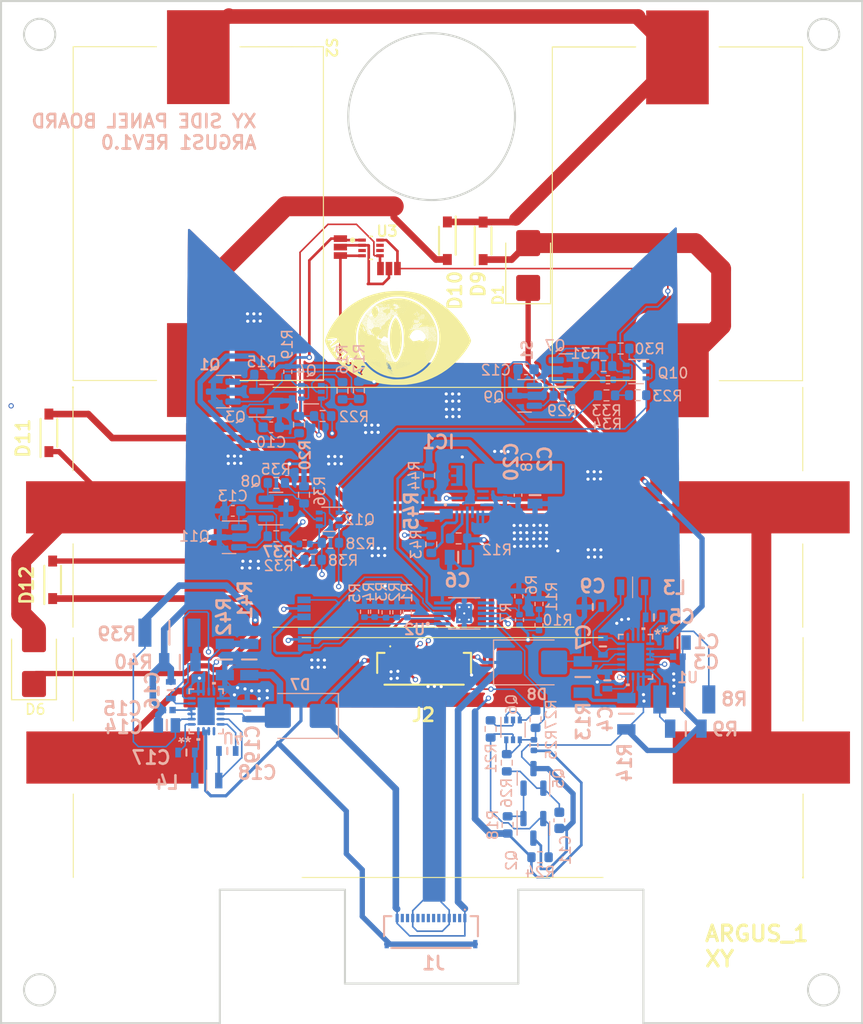
<source format=kicad_pcb>
(kicad_pcb (version 20221018) (generator pcbnew)
  (layers (0 "F.Cu" signal) (1 "In1.Cu" signal) (2 "In2.Cu" signal) (31 "B.Cu" signal) (34 "B.Paste" user) (35 "F.Paste" user) (36 "B.SilkS" user "B.Silkscreen") (37 "F.SilkS" user "F.Silkscreen") (38 "B.Mask" user) (39 "F.Mask" user) (44 "Edge.Cuts" user))
  (net 0 "")
  (net 1 "GND")
  (net 2 "Net-(Q2-G)")
  (net 3 "Net-(Q5-G)")
  (net 4 "Net-(JP1-C)")
  (net 5 "Net-(Q11-G)")
  (net 6 "Net-(D1-K)")
  (net 7 "Net-(Q1-G)")
  (net 8 "Net-(Q1-S)")
  (net 9 "SCL1_b4iso")
  (net 10 "SDA1_b4iso")
  (net 11 "Net-(Q6A-B1)")
  (net 12 "+3.3V")
  (net 13 "VBATT")
  (net 14 "VSOLAR")
  (net 15 "SDA_SUN")
  (net 16 "SCL_SUN")
  (net 17 "SCL_TORQUE")
  (net 18 "SDA_TORQUE")
  (net 19 "Net-(Q12A-B1)")
  (net 20 "Net-(U1-VCC)")
  (net 21 "Net-(U1-SW1)")
  (net 22 "Net-(U1-BST1)")
  (net 23 "Net-(U1-SW2)")
  (net 24 "Net-(U1-BST2)")
  (net 25 "Net-(D8-A)")
  (net 26 "Net-(Q3-G)")
  (net 27 "Net-(Q9-G)")
  (net 28 "Net-(D6-K)")
  (net 29 "Net-(U4-VCC)")
  (net 30 "Net-(U4-SW1)")
  (net 31 "Net-(U4-BST1)")
  (net 32 "Net-(U4-SW2)")
  (net 33 "Net-(U4-BST2)")
  (net 34 "Net-(D7-A)")
  (net 35 "/solar_panel_electronics/3224_vout")
  (net 36 "/solar_panel_electronics/7023_vout")
  (net 37 "5V")
  (net 38 "Net-(JP3-A)")
  (net 39 "Net-(JP3-B)")
  (net 40 "Net-(Q4A-B1)")
  (net 41 "Net-(Q7-G)")
  (net 42 "Net-(Q10B-B2)")
  (net 43 "Net-(Q10A-B1)")
  (net 44 "Net-(U2-ISENSE)")
  (net 45 "Net-(U2-A0)")
  (net 46 "/solar_panel_electronics/MPPC")
  (net 47 "Net-(U2-A1)")
  (net 48 "/solar_panel_electronics/FB")
  (net 57 "/solar_panel_electronics/MPPC1")
  (net 58 "/solar_panel_electronics/FB1")
  (net 59 "Net-(Q2-S)")
  (net 60 "Net-(Q11-S)")
  (net 61 "Net-(Q12B-B2)")
  (net 62 "coils")
  (net 73 "Net-(S1-Neg)")
  (net 74 "Net-(S3-Neg)")
  (net 75 "Net-(IC1-FB)")
  (net 76 "Net-(IC1-VCC)")
  (net 80 "Net-(IC1-EN)")
  (net 81 "Net-(IC1-PG)")
  (net 82 "/TORQUE_COIL/nc")
  (footprint "AA_AUTO_LOADER:SOD3716X135N" (layer "F.Cu") (at 115.52 102.1 90)
    (fp_text reference "D12")
    (fp_text value "MBR0540-TP" hide)
  )
  (footprint "CUSTOM_SOLAR_7023:sol_pan_SM141K10TFS_70x23" (layer "F.Cu") (at 180.92 121.55 180)
    (fp_text reference "S4" hide)
    (fp_text value "sol_pan_70x23" hide)
  )
  (footprint "SparkFun-Jumper:SMT-JUMPER_3_NO_NO-SILK" (layer "F.Cu") (at 143.12 70.2 90)
    (fp_text reference "JP2")
    (fp_text value "~")
  )
  (footprint "AA_AUTO_LOADER:SOD3716X135N" (layer "F.Cu") (at 153.38 69.59 -90)
    (fp_text reference "D10")
    (fp_text value "MBR0540-TP" hide)
  )
  (footprint "AA_AUTO_LOADER:F3311A7H121014E200" (layer "F.Cu") (at 151.15 110.63)
    (fp_text reference "J2")
    (fp_text value "F3311A7H121014E200" hide)
  )
  (footprint "OPT4001DTST:DTS0008A-MFG" (layer "F.Cu") (at 146.06 70.28)
    (fp_text reference "U3")
    (fp_text value "OPT4001DTST")
  )
  (footprint "SparkFun-Jumper:SMT-JUMPER_3_NO_NO-SILK" (layer "F.Cu") (at 147.78 72.26 180)
    (fp_text reference "JP1")
    (fp_text value "~")
  )
  (footprint "CUSTOM_SOLAR_2432:solar_panel_SM500K12TF_32x24" (layer "F.Cu") (at 163.45 83.01 90)
    (fp_text reference "S1")
    (fp_text value "sol_pan_32x24")
  )
  (footprint "Diode_SMD:D_SMB" (layer "F.Cu") (at 161.13 71.9675 90)
    (fp_text reference "D1")
    (fp_text value "B220")
  )
  (footprint "CUSTOM_SOLAR_7023:sol_pan_SM141K10TFS_70x23" (layer "F.Cu") (at 124.05 92.740001)
    (fp_text reference "S3" hide)
    (fp_text value "sol_pan_70x23" hide)
  )
  (footprint "AA_AUTO_LOADER:SOD3716X135N" (layer "F.Cu") (at 156.81 69.6 90)
    (fp_text reference "D9")
    (fp_text value "MBR0540-TP" hide)
  )
  (footprint "AA_AUTO_LOADER:SOD3716X135N" (layer "F.Cu") (at 115.16 88.01 90)
    (fp_text reference "D11")
    (fp_text value "MBR0540-TP" hide)
  )
  (footprint "CUSTOM_SOLAR_2432:solar_panel_SM500K12TF_32x24" (layer "F.Cu") (at 141.49 50.99 -90)
    (fp_text reference "S2")
    (fp_text value "sol_pan_32x24")
  )
  (footprint "Diode_SMD:D_SMB" (layer "F.Cu") (at 113.73 109.94 90)
    (fp_text reference "D6")
    (fp_text value "B220")
  )
  (footprint "argus:Argus LOGO" (layer "F.Cu") (at 148.45 78.85)
    (fp_text reference "." hide)
    (fp_text value "." hide)
  )
  (footprint "Resistor_SMD:R_0402_1005Metric" (layer "B.Cu") (at 145.43 105.17 90)
    (fp_text reference "R5")
    (fp_text value "0")
  )
  (footprint "AA_AUTO_LOADER:CAPC1608X90N" (layer "B.Cu") (at 168.3075 108.49 90)
    (fp_text reference "C7")
    (fp_text value "CGA3E2X7R1H223K080AA" hide)
  )
  (footprint "AA_AUTO_LOADER:RESC3116X65N" (layer "B.Cu") (at 132.033 109.739999 90)
    (fp_text reference "R42")
    (fp_text value "RC1206FR-072ML" hide)
  )
  (footprint "LTC3130:UDC_20_ADI" (layer "B.Cu") (at 130.243 114.709999)
    (fp_text reference "U4")
    (fp_text value "LTC3130EUDC-1-PBF")
  )
  (footprint "Resistor_SMD:R_0603_1608Metric" (layer "B.Cu") (at 168.645 84.4175)
    (fp_text reference "R34")
    (fp_text value "100K")
  )
  (footprint "Package_TO_SOT_SMD:SOT-363_SC-70-6" (layer "B.Cu") (at 171.485 82.1375 180)
    (fp_text reference "Q10")
    (fp_text value "MBT2222ADW1T1")
  )
  (footprint "Resistor_SMD:R_0603_1608Metric" (layer "B.Cu") (at 144.895 83.93625 -90)
    (fp_text reference "R17")
    (fp_text value "10K")
  )
  (footprint "Capacitor_SMD:C_0402_1005Metric" (layer "B.Cu") (at 160.16 93.98 -90)
    (fp_text reference "C8")
    (fp_text value "0.1uF")
  )
  (footprint "Resistor_SMD:R_0603_1608Metric" (layer "B.Cu") (at 171.635 84.3975 180)
    (fp_text reference "R23")
    (fp_text value "0")
  )
  (footprint "Package_TO_SOT_SMD:SOT-23" (layer "B.Cu") (at 164.7525 81.9975)
    (fp_text reference "Q7")
    (fp_text value "BSS138")
  )
  (footprint "Resistor_SMD:R_0603_1608Metric" (layer "B.Cu") (at 159.16 125.6 -90)
    (fp_text reference "R18")
    (fp_text value "10K")
  )
  (footprint "Diode_SMD:D_SMB" (layer "B.Cu") (at 139.2705 115.149999 180)
    (fp_text reference "D7")
    (fp_text value "B220")
  )
  (footprint "Resistor_SMD:R_0603_1608Metric" (layer "B.Cu") (at 151.84 98.7 90)
    (fp_text reference "R43")
    (fp_text value "100K")
  )
  (footprint "AA_AUTO_LOADER:CAPC0603X33N" (layer "B.Cu") (at 158.9 93.93 -90)
    (fp_text reference "C20")
    (fp_text value "GRM033R60J224KE15D" hide)
  )
  (footprint "AA_AUTO_LOADER:RESC3116X65N" (layer "B.Cu") (at 127.72 110)
    (fp_text reference "R40")
    (fp_text value "RC1206FR-072M49L" hide)
  )
  (footprint "Package_TO_SOT_SMD:SOT-23" (layer "B.Cu") (at 132.44 98.0226 180)
    (fp_text reference "Q11")
    (fp_text value "BSS138")
  )
  (footprint "Capacitor_SMD:C_0603_1608Metric" (layer "B.Cu") (at 136.485 87.48)
    (fp_text reference "C10")
    (fp_text value "10nF")
  )
  (footprint "Capacitor_SMD:C_0603_1608Metric" (layer "B.Cu") (at 132.8 95.4926 180)
    (fp_text reference "C13")
    (fp_text value "10nF")
  )
  (footprint "AA_AUTO_LOADER:CAPC1608X90N" (layer "B.Cu") (at 134.183 114.659999 -90)
    (fp_text reference "C19")
    (fp_text value "CL10A475KQ8NNNC" hide)
  )
  (footprint "AA_AUTO_LOADER:CAPC2012X140N" (layer "B.Cu") (at 161.79 93.98 90)
    (fp_text reference "C2")
    (fp_text value "CL21A106KOQNNNE" hide)
  )
  (footprint "LTC3130:UDC_20_ADI" (layer "B.Cu") (at 171.4375 109.48 180)
    (fp_text reference "U1")
    (fp_text value "LTC3130EUDC-1-PBF")
  )
  (footprint "Resistor_SMD:R_0402_1005Metric" (layer "B.Cu") (at 147.5 105.22 90)
    (fp_text reference "R3")
    (fp_text value "0")
  )
  (footprint "Resistor_SMD:R_0402_1005Metric" (layer "B.Cu") (at 168.79 82.92 180)
    (fp_text reference "R33")
    (fp_text value "10K")
  )
  (footprint "AA_AUTO_LOADER:LQM2HPN1R0MG0L" (layer "B.Cu") (at 171.1475 102.82)
    (fp_text reference "L3")
    (fp_text value "LQM2HPN4R7MG0L" hide)
  )
  (footprint "Resistor_SMD:R_0402_1005Metric" (layer "B.Cu") (at 161.68 117.95 -90)
    (fp_text reference "R25")
    (fp_text value "10K")
  )
  (footprint "AA_AUTO_LOADER:RESC3116X65N" (layer "B.Cu") (at 176.25 116.37 180)
    (fp_text reference "R9")
    (fp_text value "RC1206FR-072ML" hide)
  )
  (footprint "Capacitor_SMD:C_0603_1608Metric" (layer "B.Cu") (at 164.12 125.16 -90)
    (fp_text reference "C11")
    (fp_text value "10nF")
  )
  (footprint "Resistor_SMD:R_0603_1608Metric" (layer "B.Cu") (at 168.365 81.6075)
    (fp_text reference "R31")
    (fp_text value "10K")
  )
  (footprint "Resistor_SMD:R_0603_1608Metric" (layer "B.Cu") (at 151.63 92.1 -90)
    (fp_text reference "R44")
    (fp_text value "100K")
  )
  (footprint "Capacitor_SMD:C_0603_1608Metric" (layer "B.Cu") (at 160.925 81.9175 180)
    (fp_text reference "C12")
    (fp_text value "10nF")
  )
  (footprint "SparkFun-Jumper:SMT-JUMPER_3_NO_NO-SILK" (layer "B.Cu") (at 139.68 107.81 -90)
    (fp_text reference "JP4")
    (fp_text value "~")
  )
  (footprint "Resistor_SMD:R_0603_1608Metric" (layer "B.Cu") (at 164.395 84.4575)
    (fp_text reference "R29")
    (fp_text value "10K")
  )
  (footprint "Resistor_SMD:R_0402_1005Metric" (layer "B.Cu") (at 139.69 98.6626 180)
    (fp_text reference "R37")
    (fp_text value "10K")
  )
  (footprint "Resistor_SMD:R_0603_1608Metric" (layer "B.Cu") (at 140.5 100.1826)
    (fp_text reference "R38")
    (fp_text value "100K")
  )
  (footprint "Package_TO_SOT_SMD:SOT-23" (layer "B.Cu") (at 136.95 95.2726)
    (fp_text reference "Q8")
    (fp_text value "BSS138")
  )
  (footprint "AA_AUTO_LOADER:RESC5025X70N" (layer "B.Cu") (at 176.1075 113.57)
    (fp_text reference "R8")
    (fp_text value "CHV2010-FX-1005ELF" hide)
  )
  (footprint "AA_AUTO_LOADER:CAPC1005X55N" (layer "B.Cu") (at 175.4875 109.47 180)
    (fp_text reference "C3")
    (fp_text value "CL05A105KQ5NNNC" hide)
  )
  (footprint "AA_AUTO_LOADER:CAPC1608X90N" (layer "B.Cu") (at 128.353 118.659999 180)
    (fp_text reference "C17")
    (fp_text value "CGA3E2X7R1H223K080AA" hide)
  )
  (footprint "AA_AUTO_LOADER:RESC1608X55N" (layer "B.Cu") (at 151.65 95.34 -90)
    (fp_text reference "R45")
    (fp_text value "RMCF0603FT19K1" hide)
  )
  (footprint "Resistor_SMD:R_0603_1608Metric" (layer "B.Cu") (at 162.27 128.7)
    (fp_text reference "R24")
    (fp_text value "10K")
  )
  (footprint "Resistor_SMD:R_0603_1608Metric" (layer "B.Cu") (at 170.005 79.9275 180)
    (fp_text reference "R30")
    (fp_text value "600")
  )
  (footprint "Resistor_SMD:R_0603_1608Metric" (layer "B.Cu") (at 141.415 86.39625 180)
    (fp_text reference "R22")
    (fp_text value "0")
  )
  (footprint "AA_AUTO_LOADER:CAPC1005X55N" (layer "B.Cu") (at 126.563 114.589999)
    (fp_text reference "C15")
    (fp_text value "CL05A105KQ5NNNC" hide)
  )
  (footprint "Resistor_SMD:R_0603_1608Metric" (layer "B.Cu") (at 136.98 92.8126 180)
    (fp_text reference "R35")
    (fp_text value "600")
  )
  (footprint "Resistor_SMD:R_0603_1608Metric" (layer "B.Cu") (at 136.97 97.9226)
    (fp_text reference "R32")
    (fp_text value "10K")
  )
  (footprint "Resistor_SMD:R_0402_1005Metric" (layer "B.Cu") (at 162.17 104.42 -90)
    (fp_text reference "R11")
    (fp_text value "0")
  )
  (footprint "AA_AUTO_LOADER:F3311A7H121014E200" (layer "B.Cu") (at 151.81 135.875 180)
    (fp_text reference "J1")
    (fp_text value "F3311A7H121014E200" hide)
  )
  (footprint "Resistor_SMD:R_0603_1608Metric" (layer "B.Cu") (at 142.16 98.5526 180)
    (fp_text reference "R28")
    (fp_text value "0")
  )
  (footprint "Resistor_SMD:R_0603_1608Metric" (layer "B.Cu") (at 135.685 82.43625)
    (fp_text reference "R15")
    (fp_text value "10K")
  )
  (footprint "Resistor_SMD:R_0402_1005Metric" (layer "B.Cu") (at 148.53 105.21 90)
    (fp_text reference "R2")
    (fp_text value "0")
  )
  (footprint "Package_TO_SOT_SMD:SOT-23" (layer "B.Cu") (at 160.785 84.4575 180)
    (fp_text reference "Q9")
    (fp_text value "BSS138")
  )
  (footprint "Package_TO_SOT_SMD:SOT-23" (layer "B.Cu") (at 161.63 125.93 -90)
    (fp_text reference "Q2")
    (fp_text value "BSS138")
  )
  (footprint "Package_TO_SOT_SMD:SOT-23" (layer "B.Cu") (at 136.035 84.93625)
    (fp_text reference "Q3")
    (fp_text value "BSS138")
  )
  (footprint "Resistor_SMD:R_0603_1608Metric" (layer "B.Cu") (at 161.84 115.47 -90)
    (fp_text reference "R27")
    (fp_text value "0")
  )
  (footprint "AA_AUTO_LOADER:RESC3116X65N" (layer "B.Cu") (at 166.36 111.42 90)
    (fp_text reference "R13")
    (fp_text value "RV1206JR-0722ML" hide)
  )
  (footprint "AA_AUTO_LOADER:CAPC1608X90N" (layer "B.Cu") (at 132.273 118.509999)
    (fp_text reference "C18")
    (fp_text value "CGA3E2X7R1H223K080AA" hide)
  )
  (footprint "Package_TO_SOT_SMD:SOT-23" (layer "B.Cu") (at 131.885 84.05625 180)
    (fp_text reference "Q1")
    (fp_text value "BSS138")
  )
  (footprint "Resistor_SMD:R_0402_1005Metric" (layer "B.Cu") (at 149.54 105.21 90)
    (fp_text reference "R1")
    (fp_text value "0")
  )
  (footprint "Resistor_SMD:R_0402_1005Metric" (layer "B.Cu") (at 160.24 103.68 -90)
    (fp_text reference "R6")
    (fp_text value "0")
  )
  (footprint "AA_AUTO_LOADER:CAPC2012X135N" (layer "B.Cu") (at 175.4575 108.12 180)
    (fp_text reference "C1")
    (fp_text value "CL21A476MQYNNNE" hide)
  )
  (footprint "Diode_SMD:D_SMB" (layer "B.Cu") (at 161.47 110.02)
    (fp_text reference "D8")
    (fp_text value "B220")
  )
  (footprint "SparkFun-Jumper:SMT-JUMPER_3_NO_NO-SILK" (layer "B.Cu") (at 139.63 104.84 90)
    (fp_text reference "JP3")
    (fp_text value "~")
  )
  (footprint "AA_AUTO_LOADER:RESC3116X65N" (layer "B.Cu") (at 134.383 109.739999 -90)
    (fp_text reference "R41")
    (fp_text value "RV1206JR-0722ML" hide)
  )
  (footprint "Resistor_SMD:R_0402_1005Metric" (layer "B.Cu") (at 162.17 106.45 -90)
    (fp_text reference "R10")
    (fp_text value "0")
  )
  (footprint "Resistor_SMD:R_0603_1608Metric" (layer "B.Cu") (at 157.53 116.4 90)
    (fp_text reference "R21")
    (fp_text value "600")
  )
  (footprint "Resistor_SMD:R_0402_1005Metric" (layer "B.Cu") (at 146.4 105.16 90)
    (fp_text reference "R4")
    (fp_text value "0")
  )
  (footprint "AA_AUTO_LOADER:RESC5025X70N" (layer "B.Cu") (at 126.72 107.17 180)
    (fp_text reference "R39")
    (fp_text value "CHV2010-FX-1005ELF" hide)
  )
  (footprint "Package_TO_SOT_SMD:SOT-363_SC-70-6" (layer "B.Cu") (at 159.68 116.49 -90)
    (fp_text reference "Q6")
    (fp_text value "MBT2222ADW1T1")
  )
  (footprint "AA_AUTO_LOADER:LQM2HPN1R0MG0L" (layer "B.Cu") (at 130.303 121.349999 180)
    (fp_text reference "L4")
    (fp_text value "LQM2HPN4R7MG0L" hide)
  )
  (footprint "Resistor_SMD:R_0603_1608Metric" (layer "B.Cu") (at 154.46 98.13)
    (fp_text reference "R12")
    (fp_text value "100K")
  )
  (footprint "AA_AUTO_LOADER:MPM3610AGQVZ" (layer "B.Cu") (at 155.54 93.37)
    (fp_text reference "IC1")
    (fp_text value "MPM3610AGQV-Z" hide)
  )
  (footprint "Resistor_SMD:R_0603_1608Metric" (layer "B.Cu") (at 159.08 119.64 90)
    (fp_text reference "R26")
    (fp_text value "100K")
  )
  (footprint "AA_AUTO_LOADER:CAPC1608X90N" (layer "B.Cu") (at 126.853 112.679999 -90)
    (fp_text reference "C16")
    (fp_text value "CL10A475KQ8NNNC" hide)
  )
  (footprint "Package_TO_SOT_SMD:SOT-23" (layer "B.Cu") (at 161.64 121.14 90)
    (fp_text reference "Q5")
    (fp_text value "BSS138")
  )
  (footprint "Resistor_SMD:R_0402_1005Metric" (layer "B.Cu") (at 160.3 105.94 -90)
    (fp_text reference "R7")
    (fp_text value "0")
  )
  (footprint "AA_AUTO_LOADER:CAPC2012X135N" (layer "B.Cu") (at 126.473 116.059999)
    (fp_text reference "C14")
    (fp_text value "CL21A476MQYNNNE" hide)
  )
  (footprint "Resistor_SMD:R_0603_1608Metric" (layer "B.Cu") (at 139.63 93.9526 -90)
    (fp_text reference "R36")
    (fp_text value "10K")
  )
  (footprint "AA_AUTO_LOADER:RESC3116X65N" (layer "B.Cu") (at 170.5475 114.94 90)
    (fp_text reference "R14")
    (fp_text value "RC1206FR-072ML" hide)
  )
  (footprint "AA_AUTO_LOADER:CAPC1608X90N" (layer "B.Cu") (at 168.7275 111.74 -90)
    (fp_text reference "C4")
    (fp_text value "CL10A475KQ8NNNC" hide)
  )
  (footprint "Resistor_SMD:R_0603_1608Metric" (layer "B.Cu") (at 143.325 83.97625 90)
    (fp_text reference "R16")
    (fp_text value "600")
  )
  (footprint "Resistor_SMD:R_0402_1005Metric" (layer "B.Cu") (at 138.075 82.15625 90)
    (fp_text reference "R19")
    (fp_text value "10K")
  )
  (footprint "Package_TO_SOT_SMD:SOT-363_SC-70-6" (layer "B.Cu") (at 140.335 84.07625 180)
    (fp_text reference "Q4")
    (fp_text value "MBT2222ADW1T1")
  )
  (footprint "AA_AUTO_LOADER:CAPC1608X90N" (layer "B.Cu") (at 167.33 104.71)
    (fp_text reference "C9")
    (fp_text value "CL10A475KQ8NNNC" hide)
  )
  (footprint "DRV8830DGQ:IC_XTR111AIDGQR" (layer "B.Cu") (at 155 105.32)
    (fp_text reference "U2")
    (fp_text value "DRV8830DGQ")
  )
  (footprint "Package_TO_SOT_SMD:SOT-363_SC-70-6" (layer "B.Cu") (at 142.04 96.3026 180)
    (fp_text reference "Q12")
    (fp_text value "MBT2222ADW1T1")
  )
  (footprint "AA_AUTO_LOADER:CAPC2012X140N" (layer "B.Cu") (at 154.42 99.94)
    (fp_text reference "C6")
    (fp_text value "CL21A106KOQNNNE" hide)
  )
  (footprint "AA_AUTO_LOADER:CAPC1608X90N" (layer "B.Cu") (at 173.1975 105.7)
    (fp_text reference "C5")
    (fp_text value "CGA3E2X7R1H223K080AA" hide)
  )
  (footprint "Resistor_SMD:R_0603_1608Metric" (layer "B.Cu") (at 139.155 87.21625 90)
    (fp_text reference "R20")
    (fp_text value "100K")
  )
  (gr_line locked (start 131.556497 144.61) (end 131.556497 131.81) (stroke (width 0.2)) (layer "Edge.Cuts"))
  (gr_line locked (start 172.183494 131.81) (end 172.183494 144.61) (stroke (width 0.2)) (layer "Edge.Cuts"))
  (gr_line locked (start 172.183494 144.61) (end 193.17 144.61) (stroke (width 0.2)) (layer "Edge.Cuts"))
  (gr_circle locked (center 114.27 141.41) (end 115.77 141.41) (stroke (width 0.2)) (fill none) (layer "Edge.Cuts"))
  (gr_line locked (start 143.556497 131.81) (end 143.556497 140.81) (stroke (width 0.2)) (layer "Edge.Cuts"))
  (gr_line locked (start 131.556497 131.81) (end 143.556497 131.81) (stroke (width 0.2)) (layer "Edge.Cuts"))
  (gr_line locked (start 160.183494 131.81) (end 172.183494 131.81) (stroke (width 0.2)) (layer "Edge.Cuts"))
  (gr_line locked (start 193.17 144.61) (end 193.17 46.61) (stroke (width 0.2)) (layer "Edge.Cuts"))
  (gr_circle locked (center 189.47 141.41) (end 190.97 141.41) (stroke (width 0.2)) (fill none) (layer "Edge.Cuts"))
  (gr_line locked (start 110.57 46.61) (end 110.57 144.61) (stroke (width 0.2)) (layer "Edge.Cuts"))
  (gr_circle locked (center 114.27 49.81) (end 115.77 49.81) (stroke (width 0.2)) (fill none) (layer "Edge.Cuts"))
  (gr_line locked (start 110.57 144.61) (end 131.556497 144.61) (stroke (width 0.2)) (layer "Edge.Cuts"))
  (gr_line locked (start 193.17 46.61) (end 110.57 46.61) (stroke (width 0.2)) (layer "Edge.Cuts"))
  (gr_circle locked (center 151.87 57.693) (end 159.87 57.693) (stroke (width 0.2)) (fill none) (layer "Edge.Cuts"))
  (gr_circle locked (center 189.47 49.81) (end 190.97 49.81) (stroke (width 0.2)) (fill none) (layer "Edge.Cuts"))
  (gr_line locked (start 143.556497 140.81) (end 160.183494 140.81) (stroke (width 0.2)) (layer "Edge.Cuts"))
  (gr_line locked (start 160.183494 140.81) (end 160.183494 131.81) (stroke (width 0.2)) (layer "Edge.Cuts"))
  (gr_text "XY SIDE PANEL BOARD \nARGUS1 REV1.0" (at 135.21 60.92) (layer "B.SilkS") (effects (font (size 1.27 1.27) (thickness 0.254) bold) (justify left bottom mirror)))
  (gr_text "ARGUS_1\nXY" (at 177.94 139.32) (layer "F.SilkS") (effects (font (size 1.5 1.5) (thickness 0.3) bold) (justify left bottom)))
  (segment (start 133.97 112.56) (end 134.17 112.76) (width 0.635) (layer "F.Cu") (net 1))
  (segment (start 143.12 71.0128) (end 143.12 87.06) (width 0.254) (layer "F.Cu") (net 1))
  (segment (start 137.84 66.29) (end 148.24 66.29) (width 1.905) (layer "F.Cu") (net 1))
  (segment (start 134.59 112.76) (end 134.61 112.74) (width 0.635) (layer "F.Cu") (net 1))
  (segment (start 135.33 112.76) (end 136.07 112.76) (width 0.635) (layer "F.Cu") (net 1))
  (segment (start 135.32 112.75) (end 135.33 112.76) (width 0.635) (layer "F.Cu") (net 1))
  (segment (start 135.31 112.76) (end 135.32 112.75) (width 0.635) (layer "F.Cu") (net 1))
  (segment (start 152.29 71.39) (end 148.24 67.34) (width 0.635) (layer "F.Cu") (net 1))
  (segment (start 155.4 111.785) (end 154.8476 111.785) (width 0.1524) (layer "F.Cu") (net 1))
  (segment (start 136.1 112.73) (end 136.13 112.76) (width 0.635) (layer "F.Cu") (net 1))
  (segment (start 149.4 110.101928) (end 149.4 109.285) (width 0.1524) (layer "F.Cu") (net 1))
  (segment (start 133.75 100.3) (end 133.77 100.32) (width 0.508) (layer "F.Cu") (net 1))
  (segment (start 153.38 71.39) (end 152.29 71.39) (width 0.635) (layer "F.Cu") (net 1))
  (segment (start 121.5 118.64) (end 127.38 112.76) (width 0.635) (layer "F.Cu") (net 1))
  (segment (start 133.26 112.45) (end 133.77 112.76) (width 0.635) (layer "F.Cu") (net 1))
  (segment (start 143.137201 71.030001) (end 143.12 71.0128) (width 0.254) (layer "F.Cu") (net 1))
  (segment (start 139.48 112.76) (end 140.455 111.785) (width 0.635) (layer "F.Cu") (net 1))
  (segment (start 133.33 112.76) (end 133.26 112.45) (width 0.635) (layer "F.Cu") (net 1))
  (segment (start 145.199999 71.030001) (end 143.137201 71.030001) (width 0.254) (layer "F.Cu") (net 1))
  (segment (start 134.61 112.74) (end 134.63 112.76) (width 0.635) (layer "F.Cu") (net 1))
  (segment (start 129.49 81.99) (end 129.49 74.64) (width 1.905) (layer "F.Cu") (net 1))
  (segment (start 154.8476 111.785) (end 152.9 109.8374) (width 0.1524) (layer "F.Cu") (net 1))
  (segment (start 136.13 112.76) (end 139.48 112.76) (width 0.635) (layer "F.Cu") (net 1))
  (segment (start 140.455 111.785) (end 146.9 111.785) (width 0.635) (layer "F.Cu") (net 1))
  (segment (start 152.9 109.8374) (end 152.9 109.285) (width 0.1524) (layer "F.Cu") (net 1))
  (segment (start 131.1224 83.6224) (end 129.49 81.99) (width 0.3048) (layer "F.Cu") (net 1))
  (segment (start 140.06 90.12) (end 131.93 81.99) (width 0.254) (layer "F.Cu") (net 1))
  (segment (start 115.52 100.3) (end 133.75 100.3) (width 0.508) (layer "F.Cu") (net 1))
  (segment (start 143.12 87.06) (end 140.06 90.12) (width 0.254) (layer "F.Cu") (net 1))
  (segment (start 148.633845 110.868083) (end 149.4 110.101928) (width 0.1524) (layer "F.Cu") (net 1))
  (segment (start 148.24 67.34) (end 148.24 66.29) (width 0.635) (layer "F.Cu") (net 1))
  (segment (start 121.5 119.14) (end 121.5 118.64) (width 0.635) (layer "F.Cu") (net 1))
  (segment (start 127.38 112.76) (end 132.59 112.76) (width 0.635) (layer "F.Cu") (net 1))
  (segment (start 134.63 112.76) (end 135.31 112.76) (width 0.635) (layer "F.Cu") (net 1))
  (segment (start 131.93 81.99) (end 129.49 81.99) (width 0.254) (layer "F.Cu") (net 1))
  (segment (start 129.49 74.64) (end 137.84 66.29) (width 1.905) (layer "F.Cu") (net 1))
  (segment (start 136.07 112.76) (end 136.1 112.73) (width 0.635) (layer "F.Cu") (net 1))
  (segment (start 133.77 112.76) (end 133.97 112.56) (width 0.635) (layer "F.Cu") (net 1))
  (segment (start 134.17 112.76) (end 134.59 112.76) (width 0.635) (layer "F.Cu") (net 1))
  (segment (start 132.59 112.76) (end 132.96 113.13) (width 0.635) (layer "F.Cu") (net 1))
  (segment (start 132.96 113.13) (end 133.33 112.76) (width 0.635) (layer "F.Cu") (net 1))
  (via (at 145.54 87.98) (size 0.508) (drill 0.3048) (layers "F.Cu" "B.Cu") (net 1))
  (via (at 154.49 84.97) (size 0.508) (drill 0.3048) (layers "F.Cu" "B.Cu") (net 1))
  (via (at 135.43 76.61) (size 0.508) (drill 0.3048) (layers "F.Cu" "B.Cu") (net 1))
  (via (at 136.11 113.42) (size 0.508) (drill 0.3048) (layers "F.Cu" "B.Cu") (net 1))
  (via (at 146.76 99.08) (size 0.508) (drill 0.3048) (layers "F.Cu" "B.Cu") (net 1))
  (via (at 159.78 96.89) (size 0.508) (drill 0.3048) (layers "F.Cu" "B.Cu") (net 1))
  (via (at 159.2 89.81) (size 0.508) (drill 0.3048) (layers "F.Cu" "B.Cu") (net 1))
  (via (at 163.98 99.32) (size 0.508) (drill 0.3048) (layers "F.Cu" "B.Cu") (net 1))
  (via (at 134.43 100.96) (size 0.508) (drill 0.3048) (layers "F.Cu" "B.Cu") (net 1))
  (via (at 162.3 97.57) (size 0.508) (drill 0.3048) (layers "F.Cu" "B.Cu") (net 1))
  (via (at 154.81 90.32) (size 0.508) (drill 0.3048) (layers "F.Cu" "B.Cu") (net 1))
  (via (at 134.23 77.31) (size 0.508) (drill 0.3048) (layers "F.Cu" "B.Cu") (net 1))
  (via (at 153.31 86.47) (size 0.508) (drill 0.3048) (layers "F.Cu" "B.Cu") (net 1))
  (via (at 167.51 99.91) (size 0.508) (drill 0.3048) (layers "F.Cu" "B.Cu") (net 1))
  (via (at 161.03 98.88) (size 0.508) (drill 0.3048) (layers "F.Cu" "B.Cu") (net 1))
  (via (at 132.97 90.93) (size 0.508) (drill 0.3048) (layers "F.Cu" "B.Cu") (net 1))
  (via (at 167.47 92.43) (size 0.508) (drill 0.3048) (layers "F.Cu" "B.Cu") (net 1))
  (via (at 160.43 98.88) (size 0.508) (drill 0.3048) (layers "F.Cu" "B.Cu") (net 1))
  (via (at 166.87 92.45) (size 0.508) (drill 0.3048) (layers "F.Cu" "B.Cu") (net 1))
  (via (at 147.98 111.58) (size 0.508) (drill 0.3048) (layers "F.Cu" "B.Cu") (net 1))
  (via (at 135.26 100.99) (size 0.508) (drill 0.3048) (layers "F.Cu" "B.Cu") (net 1))
  (via (at 153.88 84.28) (size 0.508) (drill 0.3048) (layers "F.Cu" "B.Cu") (net 1))
  (via (at 168.11 99.91) (size 0.508) (drill 0.3048) (layers "F.Cu" "B.Cu") (net 1))
  (via (at 135.25 100.32) (size 0.508) (drill 0.3048) (layers "F.Cu" "B.Cu") (net 1))
  (via (at 151.53 112.33) (size 0.508) (drill 0.3048) (layers "F.Cu" "B.Cu") (net 1))
  (via (at 162.9 96.89) (size 0.508) (drill 0.3048) (layers "F.Cu" "B.Cu") (net 1))
  (via (at 159.8 97.6) (size 0.508) (drill 0.3048) (layers "F.Cu" "B.Cu") (net 1))
  (via (at 175.1 111.71) (size 0.508) (drill 0.3048) (layers "F.Cu" "B.Cu") (net 1))
  (via (at 160.42 98.19) (size 0.508) (drill 0.3048) (layers "F.Cu" "B.Cu") (net 1))
  (via (at 160.39 96.89) (size 0.508) (drill 0.3048) (layers "F.Cu" "B.Cu") (net 1))
  (via (at 166.85 91.74) (size 0.508) (drill 0.3048) (layers "F.Cu" "B.Cu") (net 1))
  (via (at 140.37 109.79) (size 0.508) (drill 0.3048) (layers "F.Cu" "B.Cu") (net 1))
  (via (at 134.61 112.74) (size 0.508) (drill 0.3048) (layers "F.Cu" "B.Cu") (net 1))
  (via (at 142 90.99) (size 0.508) (drill 0.3048) (layers "F.Cu" "B.Cu") (net 1))
  (via (at 153.27 84.28) (size 0.508) (drill 0.3048) (layers "F.Cu" "B.Cu") (net 1))
  (via (at 141.98 90.28) (size 0.508) (drill 0.3048) (layers "F.Cu" "B.Cu") (net 1))
  (via (at 170.1 105.92) (size 0.508) (drill 0.3048) (layers "F.Cu" "B.Cu") (net 1))
  (via (at 158.56 89.79) (size 0.508) (drill 0.3048) (layers "F.Cu" "B.Cu") (net 1))
  (via (at 133.57 90.25) (size 0.508) (drill 0.3048) (layers "F.Cu" "B.Cu") (net 1))
  (via (at 154.49 84.29) (size 0.508) (drill 0.3048) (layers "F.Cu" "B.Cu") (net 1))
  (via (at 172.19 113.11) (size 0.508) (drill 0.3048) (layers "F.Cu" "B.Cu") (net 1))
  (via (at 161.03 98.2) (size 0.508) (drill 0.3048) (layers "F.Cu" "B.Cu") (net 1))
  (via (at 169.63 106.27) (size 0.508) (drill 0.3048) (layers "F.Cu" "B.Cu") (net 1))
  (via (at 147.37 99.77) (size 0.508) (drill 0.3048) (layers "F.Cu" "B.Cu") (net 1))
  (via (at 146.74 87.28) (size 0.508) (drill 0.3048) (layers "F.Cu" "B.Cu") (net 1))
  (via (at 162.27 98.17) (size 0.508) (drill 0.3048) (layers "F.Cu" "B.Cu") (net 1))
  (via (at 141.59 110.48) (size 0.508) (drill 0.3048) (layers "F.Cu" "B.Cu") (net 1))
  (via (at 153.91 86.45) (size 0.508) (drill 0.3048) (layers "F.Cu" "B.Cu") (net 1))
  (via (at 132.37 90.95) (size 0.508) (drill 0.3048) (layers "F.Cu" "B.Cu") (net 1))
  (via (at 132.96 113.13) (size 0.508) (drill 0.3048) (layers "F.Cu" "B.Cu") (net 1))
  (via (at 167.76 111.9) (size 0.508) (drill 0.3048) (layers "F.Cu" "B.Cu") (net 1))
  (via (at 162.88 98.18) (size 0.508) (drill 0.3048) (layers "F.Cu" "B.Cu") (net 1))
  (via (at 152.79 112.34) (size 0.508) (drill 0.3048) (layers "F.Cu" "B.Cu") (net 1))
  (via (at 133.77 100.32) (size 0.508) (drill 0.3048) (layers "F.Cu" "B.Cu") (net 1))
  (via (at 133.57 90.93) (size 0.508) (drill 0.3048) (layers "F.Cu" "B.Cu") (net 1))
  (via (at 133.7 100.96) (size 0.508) (drill 0.3048) (layers "F.Cu" "B.Cu") (net 1))
  (via (at 153.89 84.97) (size 0.508) (drill 0.3048) (layers "F.Cu" "B.Cu") (net 1))
  (via (at 134.82 76.6) (size 0.508) (drill 0.3048) (layers "F.Cu" "B.Cu") (net 1))
  (via (at 166.91 99.93) (size 0.508) (drill 0.3048) (layers "F.Cu" "B.Cu") (net 1))
  (via (at 134.83 77.29) (size 0.508) (drill 0.3048) (layers "F.Cu" "B.Cu") (net 1))
  (via (at 133.97 112.56) (size 0.508) (drill 0.3048) (layers "F.Cu" "B.Cu") (net 1))
  (via (at 162.28 98.86) (size 0.508) (drill 0.3048) (layers "F.Cu" "B.Cu") (net 1))
  (via (at 135.34 113.5) (size 0.508) (drill 0.3048) (layers "F.Cu" "B.Cu") (net 1))
  (via (at 140.99 110.48) (size 0.508) (drill 0.3048) (layers "F.Cu" "B.Cu") (net 1))
  (via (at 153.29 84.99) (size 0.508) (drill 0.3048) (layers "F.Cu" "B.Cu") (net 1))
  (via (at 135.32 112.75) (size 0.508) (drill 0.3048) (layers "F.Cu" "B.Cu") (net 1))
  (via (at 175.11 112.99) (size 0.508) (drill 0.3048) (layers "F.Cu" "B.Cu") (net 1))
  (via (at 147.41 102.7) (size 0.508) (drill 0.3048) (layers "F.Cu" "B.Cu") (net 1))
  (via (at 167.46 91.74) (size 0.508) (drill 0.3048) (layers "F.Cu" "B.Cu") (net 1))
  (via (at 137.93 94.52) (size 0.508) (drill 0.3048) (layers "F.Cu" "B.Cu") (net 1))
  (via (at 129.6 111.53) (size 0.508) (drill 0.3048) (layers "F.Cu" "B.Cu") (net 1))
  (via (at 161.66 98.17) (size 0.508) (drill 0.3048) (layers "F.Cu" "B.Cu") (net 1))
  (via (at 168.11 99.23) (size 0.508) (drill 0.3048) (layers "F.Cu" "B.Cu") (net 1))
  (via (at 136.1 112.73) (size 0.508) (drill 0.3048) (layers "F.Cu" "B.Cu") (net 1))
  (via (at 161.7 97.59) (size 0.508) (drill 0.3048) (layers "F.Cu" "B.Cu") (net 1))
  (via (at 141.59 109.8) (size 0.508) (drill 0.3048) (layers "F.Cu" "B.Cu") (net 1))
  (via (at 140.39 110.5) (size 0.508) (drill 0.3048) (layers "F.Cu" "B.Cu") (net 1))
  (via (at 162.88 98.86) (size 0.508) (drill 0.3048) (layers "F.Cu" "B.Cu") (net 1))
  (via (at 175.09 111.12) (size 0.508) (drill 0.3048) (layers "F.Cu" "B.Cu") (net 1))
  (via (at 140.98 109.79) (size 0.508) (drill 0.3048) (layers "F.Cu" "B.Cu") (net 1))
  (via (at 168.07 92.43) (size 0.508) (drill 0.3048) (layers "F.Cu" "B.Cu") (net 1))
  (via (at 153.29 85.76) (size 0.508) (drill 0.3048) (layers "F.Cu" "B.Cu") (net 1))
  (via (at 155.7 111.23) (size 0.508) (drill 0.3048) (layers "F.Cu" "B.Cu") (net 1))
  (via (at 134.49 100.33) (size 0.508) (drill 0.3048) (layers "F.Cu" "B.Cu") (net 1))
  (via (at 168.07 91.75) (size 0.508) (drill 0.3048) (layers "F.Cu" "B.Cu") (net 1))
  (via (at 148.633845 110.868083) (size 0.508) (drill 0.3048) (layers "F.Cu" "B.Cu") (net 1))
  (via (at 175.11 112.31) (size 0.508) (drill 0.3048) (layers "F.Cu" "B.Cu") (net 1))
  (via (at 160.4 97.58) (size 0.508) (drill 0.3048) (layers "F.Cu" "B.Cu") (net 1))
  (via (at 161.68 98.88) (size 0.508) (drill 0.3048) (layers "F.Cu" "B.Cu") (net 1))
  (via (at 166.89 99.22) (size 0.508) (drill 0.3048) (layers "F.Cu" "B.Cu") (net 1))
  (via (at 154.51 86.45) (size 0.508) (drill 0.3048) (layers "F.Cu" "B.Cu") (net 1))
  (via (at 170.75 105.86) (size 0.508) (drill 0.3048) (layers "F.Cu" "B.Cu") (net 1))
  (via (at 146.17 99.79) (size 0.508) (drill 0.3048) (layers "F.Cu" "B.Cu") (net 1))
  (via (at 161.68 96.88) (size 0.508) (drill 0.3048) (layers "F.Cu" "B.Cu") (net 1))
  (via (at 146.77 99.77) (size 0.508) (drill 0.3048) (layers "F.Cu" "B.Cu") (net 1))
  (via (at 162.9 97.57) (size 0.508) (drill 0.3048) (layers "F.Cu" "B.Cu") (net 1))
  (via (at 133.26 112.45) (size 0.508) (drill 0.3048) (layers "F.Cu" "B.Cu") (net 1))
  (via (at 148.58 111.53) (size 0.508) (drill 0.3048) (layers "F.Cu" "B.Cu") (net 1))
  (via (at 146.15 99.08) (size 0.508) (drill 0.3048) (layers "F.Cu" "B.Cu") (net 1))
  (via (at 145.52 87.27) (size 0.508) (drill 0.3048) (layers "F.Cu" "B.Cu") (net 1))
  (via (at 146.13 87.27) (size 0.508) (drill 0.3048) (layers "F.Cu" "B.Cu") (net 1))
  (via (at 143.2 90.29) (size 0.508) (drill 0.3048) (layers "F.Cu" "B.Cu") (net 1))
  (via (at 142.59 90.28) (size 0.508) (drill 0.3048) (layers "F.Cu" "B.Cu") (net 1))
  (via (at 134.21 76.6) (size 0.508) (drill 0.3048) (layers "F.Cu" "B.Cu") (net 1))
  (via (at 153.9 85.76) (size 0.508) (drill 0.3048) (layers "F.Cu" "B.Cu") (net 1))
  (via (at 132.35 90.24) (size 0.508) (drill 0.3048) (layers "F.Cu" "B.Cu") (net 1))
  (via (at 161 97.58) (size 0.508) (drill 0.3048) (layers "F.Cu" "B.Cu") (net 1))
  (via (at 172.24 113.73) (size 0.508) (drill 0.3048) (layers "F.Cu" "B.Cu") (net 1))
  (via (at 135.43 77.29) (size 0.508) (drill 0.3048) (layers "F.Cu" "B.Cu") (net 1))
  (via (at 162.29 96.88) (size 0.508) (drill 0.3048) (layers "F.Cu" "B.Cu") (net 1))
  (via (at 147.98 110.92) (size 0.508) (drill 0.3048) (layers "F.Cu" "B.Cu") (net 1))
  (via (at 142.6 90.97) (size 0.508) (drill 0.3048) (layers "F.Cu" "B.Cu") (net 1))
  (via (at 154.51 85.77) (size 0.508) (drill 0.3048) (layers "F.Cu" "B.Cu") (net 1))
  (via (at 157.92 89.79) (size 0.508) (drill 0.3048) (layers "F.Cu" "B.Cu") (net 1))
  (via (at 146.14 87.96) (size 0.508) (drill 0.3048) (layers "F.Cu" "B.Cu") (net 1))
  (via (at 167.5 99.22) (size 0.508) (drill 0.3048) (layers "F.Cu" "B.Cu") (net 1))
  (via (at 152.14 112.32) (size 0.508) (drill 0.3048) (layers "F.Cu" "B.Cu") (net 1))
  (via (at 147.37 99.09) (size 0.508) (drill 0.3048) (layers "F.Cu" "B.Cu") (net 1))
  (via (at 159.81 98.19) (size 0.508) (drill 0.3048) (layers "F.Cu" "B.Cu") (net 1))
  (via (at 132.96 90.24) (size 0.508) (drill 0.3048) (layers "F.Cu" "B.Cu") (net 1))
  (via (at 161 96.9) (size 0.508) (drill 0.3048) (layers "F.Cu" "B.Cu") (net 1))
  (via (at 143.2 90.97) (size 0.508) (drill 0.3048) (layers "F.Cu" "B.Cu") (net 1))
  (via (at 159.83 98.9) (size 0.508) (drill 0.3048) (layers "F.Cu" "B.Cu") (net 1))
  (via (at 146.74 87.96) (size 0.508) (drill 0.3048) (layers "F.Cu" "B.Cu") (net 1))
  (segment (start 137.93 95.2301) (end 137.8875 95.2726) (width 0.508) (layer "B.Cu") (net 1))
  (segment (start 132.025 95.4926) (end 131.5025 96.0151) (width 0.1524) (layer "B.Cu") (net 1))
  (segment (start 147.41 102.7) (end 147.41 104.62) (width 0.1524) (layer "B.Cu") (net 1))
  (segment (start 147.87 137.03) (end 145.22 134.38) (width 0.508) (layer "B.Cu") (net 1))
  (segment (start 162.35 127.5875) (end 161.63 126.8675) (width 0.254) (layer "B.Cu") (net 1))
  (segment (start 137.26 85.22375) (end 136.9725 84.93625) (width 0.1524) (layer "B.Cu") (net 1))
  (segment (start 156.06 137.03) (end 147.87 137.03) (width 0.508) (layer "B.Cu") (net 1))
  (segment (start 133.6 94.789) (end 132.7286 94.789) (width 0.1524) (layer "B.Cu") (net 1))
  (segment (start 156.79 95.82) (end 156.29 95.82) (width 0.254) (layer "B.Cu") (net 1))
  (segment (start 161.24 111.27) (end 163.61 113.64) (width 0.1524) (layer "B.Cu") (net 1))
  (segment (start 125.13 111.09) (end 126.22 110) (width 0.635) (layer "B.Cu") (net 1))
  (segment (start 157.8098 103.7002) (end 158.0975 103.4125) (width 0.254) (layer "B.Cu") (net 1))
  (segment (start 171.6875 111.385) (end 172.187501 111.385) (width 0.1524) (layer "B.Cu") (net 1))
  (segment (start 133.830829 85.88) (end 134.425179 85.28565) (width 0.1524) (layer "B.Cu") (net 1))
  (segment (start 152.9 104.32) (end 153.6 104.32) (width 0.254) (layer "B.Cu") (net 1))
  (segment (start 133.57 90.93) (end 133.57 94.759) (width 0.1524) (layer "B.Cu") (net 1))
  (segment (start 152.79 133) (end 153.56 133.77) (width 0.1524) (layer "B.Cu") (net 1))
  (segment (start 147.87 137.03) (end 147.56 137.03) (width 0.508) (layer "B.Cu") (net 1))
  (segment (start 132.68 112.34) (end 132.68 112.419999) (width 0.1524) (layer "B.Cu") (net 1))
  (segment (start 177.6075 116.08) (end 175.2275 118.46) (width 0.508) (layer "B.Cu") (net 1))
  (segment (start 164.12 125.935) (end 164.825 125.935) (width 0.508) (layer "B.Cu") (net 1))
  (segment (start 137.93 94.52) (end 137.93 95.2301) (width 0.508) (layer "B.Cu") (net 1))
  (segment (start 128.412119 104.6593) (end 131.9993 104.6593) (width 0.635) (layer "B.Cu") (net 1))
  (segment (start 163.61 113.64) (end 164.7539 113.64) (width 0.1524) (layer "B.Cu") (net 1))
  (segment (start 165.3 111.4) (end 164.7539 111.9461) (width 0.1524) (layer "B.Cu") (net 1))
  (segment (start 139.34 115.615105) (end 139.34 112.05) (width 0.3048) (layer "B.Cu") (net 1))
  (segment (start 153.6 99.94) (end 155.1 101.44) (width 0.254) (layer "B.Cu") (net 1))
  (segment (start 132.145105 122.81) (end 137.182552 117.772552) (width 0.3048) (layer "B.Cu") (net 1))
  (segment (start 145.22 129.9) (end 143.69 128.37) (width 0.508) (layer "B.Cu") (net 1))
  (segment (start 163.492079 81.9975) (end 162.6886 82.800979) (width 0.1524) (layer "B.Cu") (net 1))
  (segment (start 125.653 116.059999) (end 125.653 115.039999) (width 0.635) (layer "B.Cu") (net 1))
  (segment (start 158.71 95.82) (end 158 95.82) (width 0.254) (layer "B.Cu") (net 1))
  (segment (start 169.0489 117.9386) (end 161.1414 117.9386) (width 0.1524) (layer "B.Cu") (net 1))
  (segment (start 160.98 103.91) (end 160.24 103.17) (width 0.1524) (layer "B.Cu") (net 1))
  (segment (start 154.2198 103.7002) (end 157.8098 103.7002) (width 0.254) (layer "B.Cu") (net 1))
  (segment (start 158 95.82) (end 158 95.37) (width 0.254) (layer "B.Cu") (net 1))
  (segment (start 168.9375 110.73) (end 168.7275 110.94) (width 0.1524) (layer "B.Cu") (net 1))
  (segment (start 165.69 81.9975) (end 163.492079 81.9975) (width 0.1524) (layer "B.Cu") (net 1))
  (segment (start 133.987887 94.789) (end 134.471487 95.2726) (width 0.1524) (layer "B.Cu") (net 1))
  (segment (start 160.52 119.0825) (end 161.64 120.2025) (width 0.1524) (layer "B.Cu") (net 1))
  (segment (start 134.25 106.91) (end 135.59 106.91) (width 0.635) (layer "B.Cu") (net 1))
  (segment (start 158.49 101.21) (end 160.43 99.27) (width 0.1524) (layer "B.Cu") (net 1))
  (segment (start 172.187501 114.799999) (end 172.187501 113.782499) (width 0.1524) (layer "B.Cu") (net 1))
  (segment (start 158.0975 103.4125) (end 158.0975 102.71) (width 0.254) (layer "B.Cu") (net 1))
  (segment (start 175.9475 114.42) (end 175.9475 109.47) (width 0.508) (layer "B.Cu") (net 1))
  (segment (start 132.423329 85.88) (end 133.830829 85.88) (width 0.1524) (layer "B.Cu") (net 1))
  (segment (start 170.0405 110.230001) (end 168.362299 110.230001) (width 0.1524) (layer "B.Cu") (net 1))
  (segment (start 166.6375 104.71) (end 166.6375 105.3025) (width 0.1524) (layer "B.Cu") (net 1))
  (segment (start 130.2 122.32) (end 130.69 122.81) (width 0.3048) (layer "B.Cu") (net 1))
  (segment (start 133.57 94.759) (end 133.6 94.789) (width 0.1524) (layer "B.Cu") (net 1))
  (segment (start 126.22 110) (end 126.22 106.851418) (width 0.635) (layer "B.Cu") (net 1))
  (segment (start 175.9475 109.47) (end 175.9475 108.45) (width 0.1524) (layer "B.Cu") (net 1))
  (segment (start 162.6886 82.800979) (end 162.6886 83.8614) (width 0.1524) (layer "B.Cu") (net 1))
  (segment (start 172.187501 113.107501) (end 172.187501 111.385) (width 0.1524) (layer "B.Cu") (net 1))
  (segment (start 155.1 101.44) (end 158.0975 101.44) (width 0.254) (layer "B.Cu") (net 1))
  (segment (start 158 95.82) (end 156.29 95.82) (width 0.254) (layer "B.Cu") (net 1))
  (segment (start 143.69 124.28) (end 137.182552 117.772552) (width 0.508) (layer "B.Cu") (net 1))
  (segment (start 137.182552 117.772552) (end 139.34 115.615105) (width 0.3048) (layer "B.Cu") (net 1))
  (segment (start 158.0975 101.44) (end 158.4075 101.13) (width 0.1524) (layer "B.Cu") (net 1))
  (segment (start 157.73 94.92) (end 156.94 94.92) (width 0.254) (layer "B.Cu") (net 1))
  (segment (start 172.5675 118.46) (end 170.5475 116.44) (width 0.508) (layer "B.Cu") (net 1))
  (segment (start 164.825 125.935) (end 164.825 128.122974) (width 0.254) (layer "B.Cu") (net 1))
  (segment (start 130.2 116.614999) (end 129.993 116.614999) (width 0.3048) (layer "B.Cu") (net 1))
  (segment (start 145.22 134.38) (end 145.22 129.9) (width 0.508) (layer "B.Cu") (net 1))
  (segment (start 150.06 134.53) (end 150.06 133.82) (width 0.1524) (layer "B.Cu") (net 1))
  (segment (start 171.6875 106.7975) (end 171.6875 107.575) (width 0.1524) (layer "B.Cu") (net 1))
  (segment (start 134.083001 113.959998) (end 134.183 113.859999) (width 0.1524) (layer "B.Cu") (net 1))
  (segment (start 126.853 111.879999) (end 126.853 110.633) (width 0.635) (layer "B.Cu") (net 1))
  (segment (start 136.2 107.52) (end 136.2 110.435199) (width 0.635) (layer "B.Cu") (net 1))
  (segment (start 170.5475 116.44) (end 172.187501 114.799999) (width 0.1524) (layer "B.Cu") (net 1))
  (segment (start 168.362299 110.230001) (end 167.1923 111.4) (width 0.1524) (layer "B.Cu") (net 1))
  (segment (start 170.75 105.86) (end 171.6875 106.7975) (width 0.1524) (layer "B.Cu") (net 1))
  (segment (start 158.09 95.28) (end 157.73 94.92) (width 0.254) (layer "B.Cu") (net 1))
  (segment (start 126.103 114.589999) (end 125.13 113.616999) (width 0.635) (layer "B.Cu") (net 1))
  (segment (start 131.5025 98.0226) (end 131.5025 98.370521) (width 0.1524) (layer "B.Cu") (net 1))
  (segment (start 139.34 112.05) (end 137.725199 110.435199) (width 0.3048) (layer "B.Cu") (net 1))
  (segment (start 147.41 104.62) (end 147.5 104.71) (width 0.1524) (layer "B.Cu") (net 1))
  (segment (start 136.6231 85.28565) (end 136.9725 84.93625) (width 0.1524) (layer "B.Cu") (net 1))
  (segment (start 175.9475 108.45) (end 176.2775 108.12) (width 0.1524) (layer "B.Cu") (net 1))
  (segment (start 172.19 113.11) (end 172.187501 113.107501) (width 0.1524) (layer "B.Cu") (net 1))
  (segment (start 162.17 103.91) (end 160.98 103.91) (width 0.1524) (layer "B.Cu") (net 1))
  (segment (start 172.187501 113.677501) (end 172.187501 113.112499) (width 0.1524) (layer "B.Cu") (net 1))
  (segment (start 161.1414 117.9386) (end 160.52 118.56) (width 0.1524) (layer "B.Cu") (net 1))
  (segment (start 162.01 108.37) (end 161.24 109.14) (width 0.1524) (layer "B.Cu") (net 1))
  (segment (start 153.56 133.77) (end 153.56 134.53) (width 0.1524) (layer "B.Cu") (net 1))
  (segment (start 153.6 104.32) (end 154.2198 103.7002) (width 0.254) (layer "B.Cu") (net 1))
  (segment (start 137.26 87.35625) (end 137.26 85.22375) (width 0.1524) (layer "B.Cu") (net 1))
  (segment (start 131.64 113.959998) (end 134.083001 113.959998) (width 0.1524) (layer "B.Cu") (net 1))
  (segment (start 159.8475 82.22) (end 160.15 81.9175) (width 0.1524) (layer "B.Cu") (net 1))
  (segment (start 133.987887 94.789) (end 133.6 94.789) (width 0.1524) (layer "B.Cu") (net 1))
  (segment (start 130.9475 84.404171) (end 132.423329 85.88) (width 0.1524) (layer "B.Cu") (net 1))
  (segment (start 162.6886 83.8614) (end 162.0925 84.4575) (width 0.1524) (layer "B.Cu") (net 1))
  (segment (start 130.69 122.81) (end 132.145105 122.81) (width 0.3048) (layer "B.Cu") (net 1))
  (segment (start 143.69 128.37) (end 143.69 124.28) (width 0.508) (layer "B.Cu") (net 1))
  (segment (start 152.9 135.79) (end 150.49 135.79) (width 0.1524) (layer "B.Cu") (net 1))
  (segment (start 132.7286 94.789) (end 132.025 95.4926) (width 0.1524) (layer "B.Cu") (net 1))
  (segment (start 130.9475 84.05625) (end 130.9475 84.404171) (width 0.1524) (layer "B.Cu") (net 1))
  (segment (start 159.78 96.89) (end 158.71 95.82) (width 0.254) (layer "B.Cu") (net 1))
  (segment (start 159.8475 84.4575) (end 159.8475 82.22) (width 0.1524) (layer "B.Cu") (net 1))
  (segment (start 152.79 112.34) (end 152.79 133) (width 0.1524) (layer "B.Cu") (net 1))
  (segment (start 153.56 135.13) (end 152.9 135.79) (width 0.1524) (layer "B.Cu") (net 1))
  (segment (start 165.44 122.61) (end 163.0325 120.2025) (width 0.508) (layer "B.Cu") (net 1))
  (segment (start 134.425179 85.28565) (end 136.6231 85.28565) (width 0.1524) (layer "B.Cu") (net 1))
  (segment (start 172.187501 113.782499) (end 172.24 113.73) (width 0.1524) (layer "B.Cu") (net 1))
  (segment (start 150.06 135.36) (end 150.06 134.53) (width 0.1524) (layer "B.Cu") (net 1))
  (segment (start 151.53 132.35) (end 151.53 112.33) (width 0.1524) (layer "B.Cu") (net 1))
  (segment (start 134.471487 95.2726) (end 137.8875 95.2726) (width 0.1524) (layer "B.Cu") (net 1))
  (segment (start 175.2275 118.46) (end 172.5675 118.46) (width 0.508) (layer "B.Cu") (net 1))
  (segment (start 126.853 110.633) (end 126.22 110) (width 0.635) (layer "B.Cu") (net 1))
  (segment (start 166.6375 104.71) (end 166.2151 104.71) (width 0.1524) (layer "B.Cu") (net 1))
  (segment (start 130.2 116.614999) (end 130.2 122.32) (width 0.3048) (layer "B.Cu") (net 1))
  (segment (start 125.13 113.616999) (end 125.13 111.09) (width 0.635) (layer "B.Cu") (net 1))
  (segment (start 164.7539 111.9461) (end 164.7539 113.64) (width 0.1524) (layer "B.Cu") (net 1))
  (segment (start 158 95.37) (end 158.09 95.28) (width 0.254) (layer "B.Cu") (net 1))
  (segment (start 158.0975 102.71) (end 158.0975 101.44) (width 0.1524) (layer "B.Cu") (net 1))
  (segment (start 150.49 135.79) (end 150.06 135.36) (width 0.1524) (layer "B.Cu") (net 1))
  (segment (start 164.825 125.935) (end 165.44 125.32) (width 0.508) (layer "B.Cu") (net 1))
  (segment (start 167.1923 111.4) (end 165.3 111.4) (width 0.1524) (layer "B.Cu") (net 1))
  (segment (start 166.6375 105.3025) (end 163.57 108.37) (width 0.1524) (layer "B.Cu") (net 1))
  (segment (start 160.52 118.56) (end 160.52 119.0825) (width 0.1524) (layer "B.Cu") (net 1))
  (segment (start 132.68 112.419999) (end 131.64 113.459999) (width 0.1524) (layer "B.Cu") (net 1))
  (segment (start 131.5025 96.0151) (end 131.5025 98.0226) (width 0.1524) (layer "B.Cu") (net 1))
  (segment (start 164.825 128.122974) (end 163.127974 129.82) (width 0.254) (layer "B.Cu") (net 1))
  (segment (start 165.44 125.32) (end 165.44 122.61) (width 0.508) (layer "B.Cu") (net 1))
  (segment (start 170.5475 116.44) (end 169.0489 117.9386) (width 0.1524) (layer "B.Cu") (net 1))
  (segment (start 131.5025 98.370521) (end 133.451979 100.32) (width 0.1524) (layer "B.Cu") (net 1))
  (segment (start 172.187501 113.112499) (end 172.19 113.11) (width 0.1524) (layer "B.Cu") (net 1))
  (segment (start 125.653 115.039999) (end 126.103 114.589999) (width 0.635) (layer "B.Cu") (net 1))
  (segment (start 171.1875 107.0075) (end 171.1875 107.575) (width 0.1524) (layer "B.Cu") (net 1))
  (segment (start 162.35 129.82) (end 162.35 127.5875) (width 0.254) (layer "B.Cu") (net 1))
  (segment (start 126.22 106.851418) (end 128.412119 104.6593) (width 0.635) (layer "B.Cu") (net 1))
  (segment (start 160.43 99.27) (end 160.43 98.88) (width 0.1524) (layer "B.Cu") (net 1))
  (segment (start 130.493 116.614999) (end 130.2 116.614999) (width 0.3048) (layer "B.Cu") (net 1))
  (segment (start 132.8378 110.435199) (end 132.033 111.239999) (width 0.3048) (layer "B.Cu") (net 1))
  (segment (start 170.1 105.92) (end 171.1875 107.0075) (width 0.1524) (layer "B.Cu") (net 1))
  (segment (start 145.43 104.66) (end 149.5 104.66) (width 0.1524) (layer "B.Cu") (net 1))
  (segment (start 137.725199 110.435199) (end 132.8378 110.435199) (width 0.3048) (layer "B.Cu") (net 1))
  (segment (start 162.0925 84.4575) (end 159.8475 84.4575) (width 0.1524) (layer "B.Cu") (net 1))
  (segment (start 131.9993 104.6593) (end 134.25 106.91) (width 0.635) (layer "B.Cu") (net 1))
  (segment (start 177.6075 116.08) (end 175.9475 114.42) (width 0.508) (layer "B.Cu") (net 1))
  (segment (start 135.59 106.91) (end 136.2 107.52) (width 0.635) (layer "B.Cu") (net 1))
  (segment (start 150.06 133.82) (end 151.53 132.35) (width 0.1524) (layer "B.Cu") (net 1))
  (segment (start 163.0325 120.2025) (end 161.64 120.2025) (width 0.508) (layer "B.Cu") (net 1))
  (segment (start 133.451979 100.32) (end 133.77 100.32) (width 0.1524) (layer "B.Cu") (net 1))
  (segment (start 170.0405 110.73) (end 168.9375 110.73) (width 0.1524) (layer "B.Cu") (net 1))
  (segment (start 149.5 104.66) (end 149.54 104.7) (width 0.1524) (layer "B.Cu") (net 1))
  (segment (start 161.24 109.14) (end 161.24 111.27) (width 0.1524) (layer "B.Cu") (net 1))
  (segment (start 163.127974 129.82) (end 162.35 129.82) (width 0.254) (layer "B.Cu") (net 1))
  (segment (start 153.56 134.53) (end 153.56 135.13) (width 0.1524) (layer "B.Cu") (net 1))
  (segment (start 163.57 108.37) (end 162.01 108.37) (width 0.1524) (layer "B.Cu") (net 1))
  (segment (start 129.492999 112.804999) (end 129.993 112.804999) (width 0.3048) (layer "B.Cu") (net 1))
  (segment (start 132.033 111.693) (end 132.68 112.34) (width 0.1524) (layer "B.Cu") (net 1))
  (segment (start 172.24 113.73) (end 172.187501 113.677501) (width 0.1524) (layer "B.Cu") (net 1))
  (segment (start 132.033 111.239999) (end 132.033 111.693) (width 0.1524) (layer "B.Cu") (net 1))
  (segment (start 160.69 124.9825) (end 160.68 124.9925) (width 0.1524) (layer "B.Cu") (net 2))
  (segment (start 160.69 122.0775) (end 160.69 124.9825) (width 0.1524) (layer "B.Cu") (net 2))
  (segment (start 159.16 124.775) (end 160.4625 124.775) (width 0.1524) (layer "B.Cu") (net 2))
  (segment (start 160.4625 124.775) (end 160.68 124.9925) (width 0.1524) (layer "B.Cu") (net 2))
  (segment (start 160.350421 120.465) (end 161.962921 122.0775) (width 0.1524) (layer "B.Cu") (net 3))
  (segment (start 164.12 124.385) (end 164.12 123.6075) (width 0.1524) (layer "B.Cu") (net 3))
  (segment (start 164.12 123.6075) (end 162.59 122.0775) (width 0.1524) (layer "B.Cu") (net 3))
  (segment (start 159.08 120.465) (end 160.350421 120.465) (width 0.1524) (layer "B.Cu") (net 3))
  (segment (start 161.962921 122.0775) (end 162.59 122.0775) (width 0.1524) (layer "B.Cu") (net 3))
  (segment (start 147.78 73.149) (end 147.199 73.73) (width 0.254) (layer "F.Cu") (net 4))
  (segment (start 145.839399 73.650601) (end 145.839399 70.0554) (width 0.254) (layer "F.Cu") (net 4))
  (segment (start 147.78 72.26) (end 147.78 73.149) (width 0.254) (layer "F.Cu") (net 4))
  (segment (start 147.199 73.73) (end 145.76 73.73) (width 0.254) (layer "F.Cu") (net 4))
  (segment (start 145.813999 70.03) (end 145.199999 70.03) (width 0.254) (layer "F.Cu") (net 4))
  (segment (start 145.199999 70.03) (end 143.29 70.03) (width 0.254) (layer "F.Cu") (net 4))
  (segment (start 143.29 70.03) (end 143.12 70.2) (width 0.254) (layer "F.Cu") (net 4))
  (segment (start 145.76 73.73) (end 145.839399 73.650601) (width 0.254) (layer "F.Cu") (net 4))
  (segment (start 145.839399 70.0554) (end 145.813999 70.03) (width 0.254) (layer "F.Cu") (net 4))
  (segment (start 133.6598 95.5774) (end 133.575 95.4926) (width 0.1524) (layer "B.Cu") (net 5))
  (segment (start 136.640221 95.5774) (end 133.6598 95.5774) (width 0.1524) (layer "B.Cu") (net 5))
  (segment (start 138.973868 100.1826) (end 136.9786 98.187332) (width 0.1524) (layer "B.Cu") (net 5))
  (segment (start 136.9786 98.187332) (end 136.9786 95.915779) (width 0.1524) (layer "B.Cu") (net 5))
  (segment (start 136.9786 95.915779) (end 136.640221 95.5774) (width 0.1524) (layer "B.Cu") (net 5))
  (segment (start 133.3775 97.0726) (end 133.3775 95.6901) (width 0.1524) (layer "B.Cu") (net 5))
  (segment (start 139.675 100.1826) (end 138.973868 100.1826) (width 0.1524) (layer "B.Cu") (net 5))
  (segment (start 133.3775 95.6901) (end 133.575 95.4926) (width 0.1524) (layer "B.Cu") (net 5))
  (segment (start 172.34 92.68) (end 161.13 81.47) (width 0.508) (layer "F.Cu") (net 6))
  (segment (start 161.13 81.47) (end 161.13 74.1175) (width 0.508) (layer "F.Cu") (net 6))
  (via (at 172.34 92.68) (size 0.508) (drill 0.3048) (layers "F.Cu" "B.Cu") (net 6))
  (segment (start 176.9975 107.04) (end 178.4575 108.5) (width 0.1524) (layer "B.Cu") (net 6))
  (segment (start 178.4575 108.5) (end 178.4575 113.57) (width 0.1524) (layer "B.Cu") (net 6))
  (segment (start 177.81 104.6247) (end 174.6375 107.7972) (width 0.508) (layer "B.Cu") (net 6))
  (segment (start 172.8345 109.23) (end 172.8345 109.73) (width 0.1524) (layer "B.Cu") (net 6))
  (segment (start 174.6375 107.7972) (end 174.6375 108.12) (width 0.508) (layer "B.Cu") (net 6))
  (segment (start 173.0745 109.47) (end 172.8345 109.23) (width 0.1524) (layer "B.Cu") (net 6))
  (segment (start 172.34 92.68) (end 177.81 98.15) (width 0.508) (layer "B.Cu") (net 6))
  (segment (start 175.7175 107.04) (end 176.9975 107.04) (width 0.1524) (layer "B.Cu") (net 6))
  (segment (start 174.027501 108.729999) (end 172.8345 108.729999) (width 0.1524) (layer "B.Cu") (net 6))
  (segment (start 172.8345 109.23) (end 172.8345 108.729999) (width 0.1524) (layer "B.Cu") (net 6))
  (segment (start 174.6375 108.12) (end 174.027501 108.729999) (width 0.1524) (layer "B.Cu") (net 6))
  (segment (start 175.0275 109.47) (end 173.0745 109.47) (width 0.1524) (layer "B.Cu") (net 6))
  (segment (start 177.81 98.15) (end 177.81 104.6247) (width 0.508) (layer "B.Cu") (net 6))
  (segment (start 174.6375 108.12) (end 175.7175 107.04) (width 0.1524) (layer "B.Cu") (net 6))
  (segment (start 134.19 83.10625) (end 132.8225 83.10625) (width 0.1524) (layer "B.Cu") (net 7))
  (segment (start 135.0975 82.67375) (end 134.86 82.43625) (width 0.1524) (layer "B.Cu") (net 7))
  (segment (start 134.86 82.43625) (end 134.19 83.10625) (width 0.1524) (layer "B.Cu") (net 7))
  (segment (start 135.0975 83.98625) (end 135.0975 82.67375) (width 0.1524) (layer "B.Cu") (net 7))
  (segment (start 141.055348 82.14485) (end 141.073948 82.12625) (width 0.1524) (layer "B.Cu") (net 8))
  (segment (start 136.48729 84.14854) (end 135.629579 85.00625) (width 0.1524) (layer "B.Cu") (net 8))
  (segment (start 139.385 84.07625) (end 136.559579 84.07625) (width 0.1524) (layer "B.Cu") (net 8))
  (segment (start 144.185 82.727318) (end 144.185 84.05125) (width 0.1524) (layer "B.Cu") (net 8))
  (segment (start 136.48729 84.14854) (end 137.5264 83.10943) (width 0.1524) (layer "B.Cu") (net 8))
  (segment (start 135.629579 85.00625) (end 132.8225 85.00625) (width 0.1524) (layer "B.Cu") (net 8))
  (segment (start 136.559579 84.07625) (end 136.48729 84.14854) (width 0.1524) (layer "B.Cu") (net 8))
  (segment (start 143.583932 82.12625) (end 144.185 82.727318) (width 0.1524) (layer "B.Cu") (net 8))
  (segment (start 144.895 84.76125) (end 143.365 84.76125) (width 0.1524) (layer "B.Cu") (net 8))
  (segment (start 137.5264 83.10943) (end 137.5264 82.380642) (width 0.1524) (layer "B.Cu") (net 8))
  (segment (start 143.365 84.76125) (end 143.325 84.80125) (width 0.1524) (layer "B.Cu") (net 8))
  (segment (start 137.762192 82.14485) (end 141.055348 82.14485) (width 0.1524) (layer "B.Cu") (net 8))
  (segment (start 137.5264 82.380642) (end 137.762192 82.14485) (width 0.1524) (layer "B.Cu") (net 8))
  (segment (start 144.185 84.05125) (end 144.895 84.76125) (width 0.1524) (layer "B.Cu") (net 8))
  (segment (start 141.073948 82.12625) (end 143.583932 82.12625) (width 0.1524) (layer "B.Cu") (net 8))
  (segment (start 150.4 109.285) (end 150.4 108.59) (width 0.1524) (layer "F.Cu") (net 9))
  (segment (start 151.9 110.13) (end 151.55 110.48) (width 0.1524) (layer "F.Cu") (net 9))
  (segment (start 150.79 110.48) (end 150.4 110.09) (width 0.1524) (layer "F.Cu") (net 9))
  (segment (start 157.56 112.58) (end 154.6426 112.58) (width 0.1524) (layer "F.Cu") (net 9))
  (segment (start 151.9 109.8374) (end 151.9 109.285) (width 0.1524) (layer "F.Cu") (net 9))
  (segment (start 151.9 109.285) (end 151.9 110.13) (width 0.1524) (layer "F.Cu") (net 9))
  (segment (start 154.6426 112.58) (end 151.9 109.8374) (width 0.1524) (layer "F.Cu") (net 9))
  (segment (start 150.4 108.59) (end 150.78 108.21) (width 0.1524) (layer "F.Cu") (net 9))
  (segment (start 150.4 110.09) (end 150.4 109.285) (width 0.1524) (layer "F.Cu") (net 9))
  (segment (start 151.55 110.48) (end 150.79 110.48) (width 0.1524) (layer "F.Cu") (net 9))
  (via (at 150.78 108.21) (size 0.508) (drill 0.3048) (layers "F.Cu" "B.Cu") (net 9))
  (via (at 157.56 112.58) (size 0.508) (drill 0.3048) (layers "F.Cu" "B.Cu") (net 9))
  (via blind (at 142.33 88.06) (size 0.508) (drill 0.3048) (layers "In2.Cu" "B.Cu") (net 9))
  (segment (start 141.7624 83.42625) (end 141.8386 83.50245) (width 0.1524) (layer "B.Cu") (net 9))
  (segment (start 159.03 115.54) (end 159.03 115.0626) (width 0.1524) (layer "B.Cu") (net 9))
  (segment (start 157.57 112.59) (end 159.785 112.59) (width 0.1524) (layer "B.Cu") (net 9))
  (segment (start 142.33 86.48625) (end 142.24 86.39625) (width 0.1524) (layer "B.Cu") (net 9))
  (segment (start 159.785 112.59) (end 161.84 114.645) (width 0.1524) (layer "B.Cu") (net 9))
  (segment (start 141.7624 84.72625) (end 141.285 84.72625) (width 0.1524) (layer "B.Cu") (net 9))
  (segment (start 141.285 83.42625) (end 141.7624 83.42625) (width 0.1524) (layer "B.Cu") (net 9))
  (segment (start 160.945 115.54) (end 160.33 115.54) (width 0.1524) (layer "B.Cu") (net 9))
  (segment (start 141.285 85.44125) (end 142.24 86.39625) (width 0.1524) (layer "B.Cu") (net 9))
  (segment (start 161.84 114.645) (end 160.945 115.54) (width 0.1524) (layer "B.Cu") (net 9))
  (segment (start 160.33 115.0626) (end 160.33 115.54) (width 0.1524) (layer "B.Cu") (net 9))
  (segment (start 142.33 88.06) (end 142.33 86.48625) (width 0.1524) (layer "B.Cu") (net 9))
  (segment (start 141.8386 84.65005) (end 141.7624 84.72625) (width 0.1524) (layer "B.Cu") (net 9))
  (segment (start 159.3526 114.74) (end 160.0074 114.74) (width 0.1524) (layer "B.Cu") (net 9))
  (segment (start 157.56 112.58) (end 157.57 112.59) (width 0.1524) (layer "B.Cu") (net 9))
  (segment (start 160.0074 114.74) (end 160.33 115.0626) (width 0.1524) (layer "B.Cu") (net 9))
  (segment (start 141.285 84.72625) (end 141.285 85.44125) (width 0.1524) (layer "B.Cu") (net 9))
  (segment (start 141.8386 83.50245) (end 141.8386 84.65005) (width 0.1524) (layer "B.Cu") (net 9))
  (segment (start 159.03 115.0626) (end 159.3526 114.74) (width 0.1524) (layer "B.Cu") (net 9))
  (segment (start 151.4 109.95) (end 151.1994 110.1506) (width 0.1524) (layer "F.Cu") (net 10))
  (segment (start 150.9 110.01) (end 150.9 109.285) (width 0.1524) (layer "F.Cu") (net 10))
  (segment (start 151.1994 110.1506) (end 151.0406 110.1506) (width 0.1524) (layer "F.Cu") (net 10))
  (segment (start 151.0406 110.1506) (end 150.9 110.01) (width 0.1524) (layer "F.Cu") (net 10))
  (segment (start 151.4 109.285) (end 151.4 109.95) (width 0.1524) (layer "F.Cu") (net 10))
  (segment (start 151.4 108.09) (end 151.56 107.93) (width 0.1524) (layer "F.Cu") (net 10))
  (segment (start 151.4 109.285) (end 151.4 108.09) (width 0.1524) (layer "F.Cu") (net 10))
  (via (at 151.56 107.93) (size 0.508) (drill 0.3048) (layers "F.Cu" "B.Cu") (net 10))
  (via (at 142.96 102.75) (size 0.508) (drill 0.3048) (layers "F.Cu" "B.Cu") (net 10))
  (segment (start 172.9124 82.7875) (end 172.435 82.7875) (width 0.1524) (layer "B.Cu") (net 10))
  (segment (start 172.435 81.4875) (end 172.9124 81.4875) (width 0.1524) (layer "B.Cu") (net 10))
  (segment (start 142.99 95.6526) (end 143.4674 95.6526) (width 0.1524) (layer "B.Cu") (net 10))
  (segment (start 142.96 102.75) (end 142.96 98.5776) (width 0.1524) (layer "B.Cu") (net 10))
  (segment (start 172.9886 81.5637) (end 172.9886 82.7113) (width 0.1524) (layer "B.Cu") (net 10))
  (segment (start 172.46 84.3975) (end 172.46 85.57) (width 0.1524) (layer "B.Cu") (net 10))
  (segment (start 142.99 93.25) (end 142.99 95.6526) (width 0.1524) (layer "B.Cu") (net 10))
  (segment (start 143.86 96.0452) (end 143.86 96.6126) (width 0.1524) (layer "B.Cu") (net 10))
  (segment (start 172.9886 82.7113) (end 172.9124 82.7875) (width 0.1524) (layer "B.Cu") (net 10))
  (segment (start 172.46 85.57) (end 170.4 87.63) (width 0.1524) (layer "B.Cu") (net 10))
  (segment (start 142.96 98.5776) (end 142.985 98.5526) (width 0.1524) (layer "B.Cu") (net 10))
  (segment (start 142.99 98.5476) (end 142.99 96.9526) (width 0.1524) (layer "B.Cu") (net 10))
  (segment (start 143.52 96.9526) (end 142.99 96.9526) (width 0.1524) (layer "B.Cu") (net 10))
  (segment (start 172.9124 81.4875) (end 172.9886 81.5637) (width 0.1524) (layer "B.Cu") (net 10))
  (segment (start 172.46 84.3975) (end 172.435 84.3725) (width 0.1524) (layer "B.Cu") (net 10))
  (segment (start 170.4 87.63) (end 148.61 87.63) (width 0.1524) (layer "B.Cu") (net 10))
  (segment (start 143.86 96.6126) (end 143.52 96.9526) (width 0.1524) (layer "B.Cu") (net 10))
  (segment (start 142.985 98.5526) (end 142.99 98.5476) (width 0.1524) (layer "B.Cu") (net 10))
  (segment (start 172.435 84.3725) (end 172.435 82.7875) (width 0.1524) (layer "B.Cu") (net 10))
  (segment (start 143.4674 95.6526) (end 143.86 96.0452) (width 0.1524) (layer "B.Cu") (net 10))
  (segment (start 148.61 87.63) (end 142.99 93.25) (width 0.1524) (layer "B.Cu") (net 10))
  (segment (start 159.6038 116.0936) (end 158.0486 116.0936) (width 0.1524) (layer "B.Cu") (net 11))
  (segment (start 159.68 116.0174) (end 159.6038 116.0936) (width 0.1524) (layer "B.Cu") (net 11))
  (segment (start 158.0486 116.0936) (end 157.53 115.575) (width 0.1524) (layer "B.Cu") (net 11))
  (segment (start 159.68 115.54) (end 159.68 116.0174) (width 0.1524) (layer "B.Cu") (net 11))
  (segment (start 142.231 69.3872) (end 140.14 71.4782) (width 0.254) (layer "F.Cu") (net 12))
  (segment (start 150.38 107.05) (end 151.72 107.05) (width 0.1524) (layer "F.Cu") (net 12))
  (segment (start 143.12 69.3872) (end 142.231 69.3872) (width 0.254) (layer "F.Cu") (net 12))
  (segment (start 149.9 111.25) (end 149.9 109.285) (width 0.254) (layer "F.Cu") (net 12))
  (segment (start 145.199999 69.529999) (end 143.262799 69.529999) (width 0.254) (layer "F.Cu") (net 12))
  (segment (start 150.38 107.09) (end 150.38 107.05) (width 0.1524) (layer "F.Cu") (net 12))
  (segment (start 149.9 107.57) (end 150.38 107.09) (width 0.1524) (layer "F.Cu") (net 12))
  (segment (start 143.262799 69.529999) (end 143.12 69.3872) (width 0.254) (layer "F.Cu") (net 12))
  (segment (start 151.72 107.05) (end 152.4 107.73) (width 0.1524) (layer "F.Cu") (net 12))
  (segment (start 152.4 107.73) (end 152.4 109.285) (width 0.1524) (layer "F.Cu") (net 12))
  (segment (start 149.9 109.285) (end 149.9 107.57) (width 0.1524) (layer "F.Cu") (net 12))
  (segment (start 150.32 111.67) (end 149.9 111.25) (width 0.254) (layer "F.Cu") (net 12))
  (segment (start 140.14 71.4782) (end 140.14 80.78) (width 0.254) (layer "F.Cu") (net 12))
  (via (at 140.14 80.78) (size 0.508) (drill 0.3048) (layers "F.Cu" "B.Cu") (net 12))
  (via (at 139.52 96.55) (size 0.508) (drill 0.3048) (layers "F.Cu" "B.Cu") (net 12))
  (via (at 157.32 113.45) (size 0.508) (drill 0.3048) (layers "F.Cu" "B.Cu") (net 12))
  (via (at 150.32 111.67) (size 0.508) (drill 0.3048) (layers "F.Cu" "B.Cu") (net 12))
  (via blind (at 165.39 85.55) (size 0.508) (drill 0.3048) (layers "In2.Cu" "B.Cu") (net 12))
  (via blind (at 146.35 83.11) (size 0.508) (drill 0.3048) (layers "In2.Cu" "B.Cu") (net 12))
  (via blind (at 138.24 90.98) (size 0.508) (drill 0.3048) (layers "In2.Cu" "B.Cu") (net 12))
  (via blind (at 161.12 107.85) (size 0.508) (drill 0.3048) (layers "In2.Cu" "B.Cu") (net 12))
  (segment (start 163.18 118.5) (end 166.23 121.55) (width 0.254) (layer "B.Cu") (net 12))
  (segment (start 137.795 97.9226) (end 138.1474 97.9226) (width 0.254) (layer "B.Cu") (net 12))
  (segment (start 157.32 113.45) (end 157.32 113.46) (width 0.254) (layer "B.Cu") (net 12))
  (segment (start 146.35 83.11) (end 144.89625 83.11) (width 0.508) (layer "B.Cu") (net 12))
  (segment (start 157.32 113.46) (end 156.04 114.74) (width 0.254) (layer "B.Cu") (net 12))
  (segment (start 138.66 89.22) (end 133.9 89.22) (width 0.508) (layer "B.Cu") (net 12))
  (segment (start 168.28 82.92) (end 167.54 82.18) (width 0.1524) (layer "B.Cu") (net 12))
  (segment (start 139.18 98.6626) (end 138.535 98.6626) (width 0.254) (layer "B.Cu") (net 12))
  (segment (start 129.67 84.99) (end 129.67 83.16) (width 0.508) (layer "B.Cu") (net 12))
  (segment (start 156.04 125.01) (end 157.455 126.425) (width 0.635) (layer "B.Cu") (net 12))
  (segment (start 138.94125 80.78) (end 138.075 81.64625) (width 0.254) (layer "B.Cu") (net 12))
  (segment (start 144.89625 83.11) (end 144.895 83.11125) (width 0.508) (layer "B.Cu") (net 12))
  (segment (start 167.54 82.08) (end 167.54 81.6075) (width 0.4064) (layer "B.Cu") (net 12))
  (segment (start 165.22 84.4575) (end 165.22 84.4) (width 0.4064) (layer "B.Cu") (net 12))
  (segment (start 161.68 118.46) (end 161.72 118.5) (width 0.254) (layer "B.Cu") (net 12))
  (segment (start 162.17 106.96) (end 160.81 106.96) (width 0.1524) (layer "B.Cu") (net 12))
  (segment (start 144.895 82.385) (end 144.15625 81.64625) (width 0.4064) (layer "B.Cu") (net 12))
  (segment (start 161.99 130.61) (end 161.445 130.065) (width 0.254) (layer "B.Cu") (net 12))
  (segment (start 161.72 118.5) (end 163.18 118.5) (width 0.254) (layer "B.Cu") (net 12))
  (segment (start 165.39 84.6275) (end 165.22 84.4575) (width 0.508) (layer "B.Cu") (net 12))
  (segment (start 167.54 82.18) (end 167.54 81.6075) (width 0.1524) (layer "B.Cu") (net 12))
  (segment (start 136.51 82.43625) (end 137.3 81.64625) (width 0.4064) (layer "B.Cu") (net 12))
  (segment (start 161.445 130.065) (end 161.445 128.7) (width 0.254) (layer "B.Cu") (net 12))
  (segment (start 134.72375 80.65) (end 136.51 82.43625) (width 0.508) (layer "B.Cu") (net 12))
  (segment (start 144.895 83.11125) (end 144.895 82.385) (width 0.4064) (layer "B.Cu") (net 12))
  (segment (start 139.16 90.98) (end 139.63 91.45) (width 0.254) (layer "B.Cu") (net 12))
  (segment (start 138.535 98.6626) (end 137.795 97.9226) (width 0.254) (layer "B.Cu") (net 12))
  (segment (start 138.24 90.98) (end 139.16 90.98) (width 0.254) (layer "B.Cu") (net 12))
  (segment (start 165.39 85.55) (end 165.39 84.6275) (width 0.508) (layer "B.Cu") (net 12))
  (segment (start 137.3 81.64625) (end 138.075 81.64625) (width 0.4064) (layer "B.Cu") (net 12))
  (segment (start 129.67 83.16) (end 132.18 80.65) (width 0.508) (layer "B.Cu") (net 12))
  (segment (start 161.445 128.7) (end 161.435 128.7) (width 0.254) (layer "B.Cu") (net 12))
  (segment (start 133.9 89.22) (end 129.67 84.99) (width 0.508) (layer "B.Cu") (net 12))
  (segment (start 139.63 91.45) (end 139.63 90.19) (width 0.508) (layer "B.Cu") (net 12))
  (segment (start 139.63 93.1276) (end 139.63 91.45) (width 0.508) (layer "B.Cu") (net 12))
  (segment (start 160.81 106.96) (end 160.3 106.45) (width 0.1524) (layer "B.Cu") (net 12))
  (segment (start 140.14 80.78) (end 138.94125 80.78) (width 0.254) (layer "B.Cu") (net 12))
  (segment (start 156.04 125.01) (end 156.04 114.74) (width 0.635) (layer "B.Cu") (net 12))
  (segment (start 166.23 121.55) (end 166.23 127.54) (width 0.254) (layer "B.Cu") (net 12))
  (segment (start 163.16 130.61) (end 161.99 130.61) (width 0.254) (layer "B.Cu") (net 12))
  (segment (start 165.22 84.4) (end 167.54 82.08) (width 0.4064) (layer "B.Cu") (net 12))
  (segment (start 132.18 80.65) (end 134.72375 80.65) (width 0.508) (layer "B.Cu") (net 12))
  (segment (start 161.435 128.7) (end 159.16 126.425) (width 0.254) (layer "B.Cu") (net 12))
  (segment (start 159.16 126.425) (end 157.455 126.425) (width 0.635) (layer "B.Cu") (net 12))
  (segment (start 161.12 107.85) (end 161.12 107.27) (width 0.254) (layer "B.Cu") (net 12))
  (segment (start 161.12 107.27) (end 160.3 106.45) (width 0.254) (layer "B.Cu") (net 12))
  (segment (start 138.1474 97.9226) (end 139.52 96.55) (width 0.254) (layer "B.Cu") (net 12))
  (segment (start 144.15625 81.64625) (end 138.075 81.64625) (width 0.4064) (layer "B.Cu") (net 12))
  (segment (start 168.28 82.92) (end 168.28 82.82) (width 0.1524) (layer "B.Cu") (net 12))
  (segment (start 166.23 127.54) (end 163.16 130.61) (width 0.254) (layer "B.Cu") (net 12))
  (segment (start 139.63 90.19) (end 138.66 89.22) (width 0.508) (layer "B.Cu") (net 12))
  (segment (start 148.9 109.285) (end 148.4 109.285) (width 0.1524) (layer "F.Cu") (net 13))
  (segment (start 153.67 107.43) (end 152.35 106.11) (width 0.635) (layer "F.Cu") (net 13))
  (segment (start 153.4 109.285) (end 153.67 109.285) (width 0.1524) (layer "F.Cu") (net 13))
  (segment (start 150.12 106.11) (end 148.5199 107.7101) (width 0.635) (layer "F.Cu") (net 13))
  (segment (start 153.67 109.285) (end 153.9 109.285) (width 0.1524) (layer "F.Cu") (net 13))
  (segment (start 154.265 110.45) (end 157.41 110.45) (width 0.508) (layer "F.Cu") (net 13))
  (segment (start 157.6 98.98) (end 156.89 98.27) (width 0.508) (layer "F.Cu") (net 13))
  (segment (start 148.5199 107.7101) (end 148.5199 109.285) (width 0.635) (layer "F.Cu") (net 13))
  (segment (start 153.67 109.855) (end 154.265 110.45) (width 0.508) (layer "F.Cu") (net 13))
  (segment (start 157.6 110.26) (end 157.6 98.98) (width 0.508) (layer "F.Cu") (net 13))
  (segment (start 153.67 109.285) (end 153.67 107.43) (width 0.635) (layer "F.Cu") (net 13))
  (segment (start 152.35 106.11) (end 150.12 106.11) (width 0.635) (layer "F.Cu") (net 13))
  (segment (start 157.41 110.45) (end 157.6 110.26) (width 0.508) (layer "F.Cu") (net 13))
  (segment (start 153.67 109.285) (end 153.67 109.855) (width 0.508) (layer "F.Cu") (net 13))
  (via (at 156.89 98.27) (size 0.508) (drill 0.3048) (layers "F.Cu" "B.Cu") (net 13))
  (segment (start 155.29 95.62) (end 155.29 98.125) (width 0.254) (layer "B.Cu") (net 13))
  (segment (start 155.24 98.175) (end 155.285 98.13) (width 0.254) (layer "B.Cu") (net 13))
  (segment (start 155.425 98.27) (end 155.285 98.13) (width 0.508) (layer "B.Cu") (net 13))
  (segment (start 155.29 98.125) (end 155.285 98.13) (width 0.254) (layer "B.Cu") (net 13))
  (segment (start 156.89 98.27) (end 155.425 98.27) (width 0.508) (layer "B.Cu") (net 13))
  (segment (start 155.24 99.94) (end 155.24 98.175) (width 0.254) (layer "B.Cu") (net 13))
  (segment (start 149.4015 105.5385) (end 147.9 107.04) (width 0.254) (layer "F.Cu") (net 14))
  (segment (start 147.8722 109.3128) (end 147.8722 109.285) (width 0.4064) (layer "F.Cu") (net 14))
  (segment (start 152.8385 105.5385) (end 149.4015 105.5385) (width 0.254) (layer "F.Cu") (net 14))
  (segment (start 147.345 109.84) (end 147.8722 109.3128) (width 0.4064) (layer "F.Cu") (net 14))
  (segment (start 154.625 109.51) (end 154.4 109.285) (width 0.3048) (layer "F.Cu") (net 14))
  (segment (start 156.29 109.51) (end 154.625 109.51) (width 0.3048) (layer "F.Cu") (net 14))
  (segment (start 154.4 109.285) (end 154.4 107.1) (width 0.254) (layer "F.Cu") (net 14))
  (segment (start 154.4 107.1) (end 152.8385 105.5385) (width 0.254) (layer "F.Cu") (net 14))
  (segment (start 147.9 107.04) (end 147.9 109.285) (width 0.254) (layer "F.Cu") (net 14))
  (segment (start 145.42 109.84) (end 147.345 109.84) (width 0.4064) (layer "F.Cu") (net 14))
  (via (at 145.42 109.84) (size 0.508) (drill 0.3048) (layers "F.Cu" "B.Cu") (net 14))
  (via (at 156.29 109.51) (size 0.508) (drill 0.3048) (layers "F.Cu" "B.Cu") (net 14))
  (segment (start 148.56 135.0372) (end 148.56 134.53) (width 0.1524) (layer "B.Cu") (net 14))
  (segment (start 158.98877 110.02) (end 159.32 110.02) (width 0.635) (layer "B.Cu") (net 14))
  (segment (start 148.56 133.66) (end 148.4401 133.5401) (width 0.635) (layer "B.Cu") (net 14))
  (segment (start 148.4401 133.5401) (end 148.4401 122.169599) (width 0.635) (layer "B.Cu") (net 14))
  (segment (start 141.4205 115.149999) (end 141.4205 113.8395) (width 0.4064) (layer "B.Cu") (net 14))
  (segment (start 155.06 133.63) (end 154.41 132.98) (width 0.635) (layer "B.Cu") (net 14))
  (segment (start 156.8 110.02) (end 156.29 109.51) (width 0.3048) (layer "B.Cu") (net 14))
  (segment (start 155.06 136.24) (end 149.7628 136.24) (width 0.1524) (layer "B.Cu") (net 14))
  (segment (start 155.06 134.53) (end 155.06 136.24) (width 0.1524) (layer "B.Cu") (net 14))
  (segment (start 148.4401 122.169599) (end 141.4205 115.149999) (width 0.635) (layer "B.Cu") (net 14))
  (segment (start 141.4205 113.8395) (end 145.42 109.84) (width 0.4064) (layer "B.Cu") (net 14))
  (segment (start 159.32 110.02) (end 156.8 110.02) (width 0.3048) (layer "B.Cu") (net 14))
  (segment (start 154.41 114.59877) (end 158.98877 110.02) (width 0.635) (layer "B.Cu") (net 14))
  (segment (start 149.7628 136.24) (end 148.56 135.0372) (width 0.1524) (layer "B.Cu") (net 14))
  (segment (start 148.56 133.66) (end 148.56 134.53) (width 0.1524) (layer "B.Cu") (net 14))
  (segment (start 154.41 132.98) (end 154.41 114.59877) (width 0.635) (layer "B.Cu") (net 14))
  (segment (start 155.06 133.63) (end 155.06 134.53) (width 0.1524) (layer "B.Cu") (net 14))
  (segment (start 174.05 72.26) (end 148.5928 72.26) (width 0.1524) (layer "F.Cu") (net 15))
  (segment (start 147.534001 69.529999) (end 146.920001 69.529999) (width 0.254) (layer "F.Cu") (net 15))
  (segment (start 174.53 74.42) (end 174.53 72.76) (width 0.1524) (layer "F.Cu") (net 15))
  (segment (start 148.5928 72.26) (end 148.5928 70.588798) (width 0.254) (layer "F.Cu") (net 15))
  (segment (start 174.54 72.75) (end 174.05 72.26) (width 0.1524) (layer "F.Cu") (net 15))
  (segment (start 174.53 72.76) (end 174.54 72.75) (width 0.1524) (layer "F.Cu") (net 15))
  (segment (start 148.5928 70.588798) (end 147.534001 69.529999) (width 0.254) (layer "F.Cu") (net 15))
  (via (at 174.53 74.42) (size 0.508) (drill 0.3048) (layers "F.Cu" "B.Cu") (net 15))
  (segment (start 171.0886 81.5637) (end 171.0886 82.7113) (width 0.1524) (layer "B.Cu") (net 15))
  (segment (start 170.535 81.4875) (end 171.0124 81.4875) (width 0.1524) (layer "B.Cu") (net 15))
  (segment (start 173.56 75.94) (end 174.53 74.97) (width 0.1524) (layer "B.Cu") (net 15))
  (segment (start 171.0124 82.7875) (end 170.535 82.7875) (width 0.1524) (layer "B.Cu") (net 15))
  (segment (start 174.53 74.97) (end 174.53 74.42) (width 0.1524) (layer "B.Cu") (net 15))
  (segment (start 169.295 82.8575) (end 170.465 82.8575) (width 0.1524) (layer "B.Cu") (net 15))
  (segment (start 171.0886 82.7113) (end 171.0124 82.7875) (width 0.1524) (layer "B.Cu") (net 15))
  (segment (start 169.96 80.89) (end 169.96 78.46) (width 0.1524) (layer "B.Cu") (net 15))
  (segment (start 169.96 78.46) (end 172.48 75.94) (width 0.1524) (layer "B.Cu") (net 15))
  (segment (start 170.535 83.3525) (end 169.47 84.4175) (width 0.1524) (layer "B.Cu") (net 15))
  (segment (start 171.0124 81.4875) (end 171.0886 81.5637) (width 0.1524) (layer "B.Cu") (net 15))
  (segment (start 169.49 84.3975) (end 169.47 84.4175) (width 0.1524) (layer "B.Cu") (net 15))
  (segment (start 170.535 81.4875) (end 170.535 81.465) (width 0.1524) (layer "B.Cu") (net 15))
  (segment (start 170.81 84.3975) (end 169.49 84.3975) (width 0.1524) (layer "B.Cu") (net 15))
  (segment (start 170.465 82.8575) (end 170.535 82.7875) (width 0.1524) (layer "B.Cu") (net 15))
  (segment (start 170.535 81.465) (end 169.96 80.89) (width 0.1524) (layer "B.Cu") (net 15))
  (segment (start 172.48 75.94) (end 173.56 75.94) (width 0.1524) (layer "B.Cu") (net 15))
  (segment (start 170.535 82.7875) (end 170.535 83.3525) (width 0.1524) (layer "B.Cu") (net 15))
  (segment (start 139.25 70.7) (end 139.25 86.40375) (width 0.1524) (layer "F.Cu") (net 16))
  (segment (start 146.331401 69.69) (end 144.661401 68.02) (width 0.1524) (layer "F.Cu") (net 16))
  (segment (start 144.661401 68.02) (end 141.93 68.02) (width 0.1524) (layer "F.Cu") (net 16))
  (segment (start 139.25 86.40375) (end 141.06 88.21375) (width 0.1524) (layer "F.Cu") (net 16))
  (segment (start 141.93 68.02) (end 139.25 70.7) (width 0.1524) (layer "F.Cu") (net 16))
  (segment (start 146.331401 70.953801) (end 146.331401 69.69) (width 0.1524) (layer "F.Cu") (net 16))
  (segment (start 146.920001 72.212801) (end 146.9672 72.26) (width 0.254) (layer "F.Cu") (net 16))
  (segment (start 146.920001 71.030001) (end 146.407601 71.030001) (width 0.1524) (layer "F.Cu") (net 16))
  (segment (start 146.407601 71.030001) (end 146.331401 70.953801) (width 0.1524) (layer "F.Cu") (net 16))
  (segment (start 146.920001 71.030001) (end 146.920001 72.212801) (width 0.254) (layer "F.Cu") (net 16))
  (via (at 141.06 88.21375) (size 0.508) (drill 0.3048) (layers "F.Cu" "B.Cu") (net 16))
  (segment (start 139.385 83.42625) (end 139.8624 83.42625) (width 0.1524) (layer "B.Cu") (net 16))
  (segment (start 140.055 84.65625) (end 139.985 84.72625) (width 0.1524) (layer "B.Cu") (net 16))
  (segment (start 141.06 86.86625) (end 141.06 88.21375) (width 0.1524) (layer "B.Cu") (net 16))
  (segment (start 139.385 84.72625) (end 139.385 86.16125) (width 0.1524) (layer "B.Cu") (net 16))
  (segment (start 139.985 84.72625) (end 139.385 84.72625) (width 0.1524) (layer "B.Cu") (net 16))
  (segment (start 139.16 86.39625) (end 139.155 86.39125) (width 0.1524) (layer "B.Cu") (net 16))
  (segment (start 139.385 86.16125) (end 139.155 86.39125) (width 0.1524) (layer "B.Cu") (net 16))
  (segment (start 138.075 82.66625) (end 138.835 83.42625) (width 0.1524) (layer "B.Cu") (net 16))
  (segment (start 140.59 86.39625) (end 139.16 86.39625) (width 0.1524) (layer "B.Cu") (net 16))
  (segment (start 140.59 86.39625) (end 141.06 86.86625) (width 0.1524) (layer "B.Cu") (net 16))
  (segment (start 139.8624 83.42625) (end 140.055 83.61885) (width 0.1524) (layer "B.Cu") (net 16))
  (segment (start 138.835 83.42625) (end 139.385 83.42625) (width 0.1524) (layer "B.Cu") (net 16))
  (segment (start 140.055 83.61885) (end 140.055 84.65625) (width 0.1524) (layer "B.Cu") (net 16))
  (segment (start 161.84 116.295) (end 161.84 117.28) (width 0.1524) (layer "B.Cu") (net 17))
  (segment (start 159.4324 118.815) (end 159.08 118.815) (width 0.1524) (layer "B.Cu") (net 17))
  (segment (start 161.84 116.295) (end 162.67 115.465) (width 0.1524) (layer "B.Cu") (net 17))
  (segment (start 162.67 113.095132) (end 160.7986 111.223732) (width 0.1524) (layer "B.Cu") (net 17))
  (segment (start 159.03 117.44) (end 159.03 118.765) (width 0.1524) (layer "B.Cu") (net 17))
  (segment (start 160.33 117.9174) (end 159.4324 118.815) (width 0.1524) (layer "B.Cu") (net 17))
  (segment (start 158.2 106.32) (end 157.1 106.32) (width 0.1524) (layer "B.Cu") (net 17))
  (segment (start 160.7986 108.9186) (end 158.2 106.32) (width 0.1524) (layer "B.Cu") (net 17))
  (segment (start 160.33 117.44) (end 161.68 117.44) (width 0.1524) (layer "B.Cu") (net 17))
  (segment (start 159.03 118.765) (end 159.08 118.815) (width 0.1524) (layer "B.Cu") (net 17))
  (segment (start 161.84 117.28) (end 161.68 117.44) (width 0.1524) (layer "B.Cu") (net 17))
  (segment (start 160.33 117.44) (end 160.33 117.9174) (width 0.1524) (layer "B.Cu") (net 17))
  (segment (start 160.7986 111.223732) (end 160.7986 108.9186) (width 0.1524) (layer "B.Cu") (net 17))
  (segment (start 162.67 115.465) (end 162.67 113.095132) (width 0.1524) (layer "B.Cu") (net 17))
  (via (at 159.21 106.31) (size 0.508) (drill 0.3048) (layers "F.Cu" "B.Cu") (net 18))
  (via (at 141.36 101.58) (size 0.508) (drill 0.3048) (layers "F.Cu" "B.Cu") (net 18))
  (segment (start 141.325 100.1826) (end 141.325 101.545) (width 0.1524) (layer "B.Cu") (net 18))
  (segment (start 141.09 95.6526) (end 141.5674 95.6526) (width 0.1524) (layer "B.Cu") (net 18))
  (segment (start 141.325 101.545) (end 141.36 101.58) (width 0.1524) (layer "B.Cu") (net 18))
  (segment (start 141.335 98.5526) (end 141.09 98.3076) (width 0.1524) (layer "B.Cu") (net 18))
  (segment (start 157.1 105.82) (end 158.72 105.82) (width 0.254) (layer "B.Cu") (net 18))
  (segment (start 141.66 95.7452) (end 141.66 96.86) (width 0.1524) (layer "B.Cu") (net 18))
  (segment (start 141.66 96.86) (end 141.5674 96.9526) (width 0.1524) (layer "B.Cu") (net 18))
  (segment (start 140.31 98.5526) (end 140.2 98.6626) (width 0.1524) (layer "B.Cu") (net 18))
  (segment (start 141.09 98.3076) (end 141.09 96.9526) (width 0.1524) (layer "B.Cu") (net 18))
  (segment (start 141.335 100.1726) (end 141.325 100.1826) (width 0.1524) (layer "B.Cu") (net 18))
  (segment (start 141.5674 95.6526) (end 141.66 95.7452) (width 0.1524) (layer "B.Cu") (net 18))
  (segment (start 141.5674 96.9526) (end 141.09 96.9526) (width 0.1524) (layer "B.Cu") (net 18))
  (segment (start 141.335 98.5526) (end 141.335 100.1726) (width 0.1524) (layer "B.Cu") (net 18))
  (segment (start 141.335 98.5526) (end 140.31 98.5526) (width 0.1524) (layer "B.Cu") (net 18))
  (segment (start 158.72 105.82) (end 159.21 106.31) (width 0.254) (layer "B.Cu") (net 18))
  (segment (start 142.99 96.3026) (end 142.6578 96.3026) (width 0.1524) (layer "B.Cu") (net 19))
  (segment (start 142.6578 96.3026) (end 142.07 95.7148) (width 0.1524) (layer "B.Cu") (net 19))
  (segment (start 142.07 95.7148) (end 142.07 94.6226) (width 0.1524) (layer "B.Cu") (net 19))
  (segment (start 141.2036 93.7562) (end 142.07 94.6226) (width 0.1524) (layer "B.Cu") (net 19))
  (segment (start 137.805 92.8126) (end 138.7486 93.7562) (width 0.1524) (layer "B.Cu") (net 19))
  (segment (start 138.7486 93.7562) (end 141.2036 93.7562) (width 0.1524) (layer "B.Cu") (net 19))
  (via (at 169.92 111.45) (size 0.508) (drill 0.3048) (layers "F.Cu" "B.Cu") (net 20))
  (via (at 174.22 110.19) (size 0.508) (drill 0.3048) (layers "F.Cu" "B.Cu") (net 20))
  (segment (start 170.2975 112.54) (end 170.687499 112.150001) (width 0.1524) (layer "B.Cu") (net 20))
  (segment (start 170.687499 111.385) (end 169.985 111.385) (width 0.1524) (layer "B.Cu") (net 20))
  (segment (start 172.8345 110.230001) (end 174.179999 110.230001) (width 0.1524) (layer "B.Cu") (net 20))
  (segment (start 174.179999 110.230001) (end 174.22 110.19) (width 0.1524) (layer "B.Cu") (net 20))
  (segment (start 169.985 111.385) (end 169.92 111.45) (width 0.1524) (layer "B.Cu") (net 20))
  (segment (start 168.7275 112.54) (end 170.2975 112.54) (width 0.1524) (layer "B.Cu") (net 20))
  (segment (start 170.687499 112.150001) (end 170.687499 111.385) (width 0.1524) (layer "B.Cu") (net 20))
  (segment (start 172.187501 105.909999) (end 172.3975 105.7) (width 0.1524) (layer "B.Cu") (net 21))
  (segment (start 172.3975 105.7) (end 172.3975 102.92) (width 0.1524) (layer "B.Cu") (net 21))
  (segment (start 172.187501 107.575) (end 172.187501 105.909999) (width 0.1524) (layer "B.Cu") (net 21))
  (segment (start 172.3975 102.92) (end 172.2975 102.82) (width 0.1524) (layer "B.Cu") (net 21))
  (segment (start 172.8345 106.863) (end 173.9975 105.7) (width 0.1524) (layer "B.Cu") (net 22))
  (segment (start 172.8345 108.23) (end 172.8345 106.863) (width 0.1524) (layer "B.Cu") (net 22))
  (segment (start 167.3675 108.35) (end 167.3675 107.04) (width 0.1524) (layer "B.Cu") (net 23))
  (segment (start 169.9975 104.41) (end 169.9975 102.82) (width 0.1524) (layer "B.Cu") (net 23))
  (segment (start 168.3075 109.29) (end 167.3675 108.35) (width 0.1524) (layer "B.Cu") (net 23))
  (segment (start 167.3675 107.04) (end 169.9975 104.41) (width 0.1524) (layer "B.Cu") (net 23))
  (segment (start 170.0405 108.729999) (end 168.867501 108.729999) (width 0.1524) (layer "B.Cu") (net 23))
  (segment (start 168.867501 108.729999) (end 168.3075 109.29) (width 0.1524) (layer "B.Cu") (net 23))
  (segment (start 170.0405 108.23) (end 169.69 108.23) (width 0.1524) (layer "B.Cu") (net 24))
  (segment (start 169.69 108.23) (end 169.15 107.69) (width 0.1524) (layer "B.Cu") (net 24))
  (segment (start 169.15 107.69) (end 168.3075 107.69) (width 0.1524) (layer "B.Cu") (net 24))
  (segment (start 169.4817 109.23) (end 168.8017 109.91) (width 0.1524) (layer "B.Cu") (net 25))
  (segment (start 170.0405 109.23) (end 169.4817 109.23) (width 0.1524) (layer "B.Cu") (net 25))
  (segment (start 168.2375 104.71) (end 166.5675 106.38) (width 0.1524) (layer "B.Cu") (net 25))
  (segment (start 163.73 109.91) (end 163.62 110.02) (width 0.1524) (layer "B.Cu") (net 25))
  (segment (start 166.5675 109.91) (end 163.73 109.91) (width 0.1524) (layer "B.Cu") (net 25))
  (segment (start 166.5675 106.38) (end 166.5675 109.91) (width 0.1524) (layer "B.Cu") (net 25))
  (segment (start 168.8017 109.91) (end 166.5675 109.91) (width 0.1524) (layer "B.Cu") (net 25))
  (segment (start 138.71625 88.48) (end 139.155 88.04125) (width 0.1524) (layer "B.Cu") (net 26))
  (segment (start 135.0975 85.88625) (end 135.0975 86.74375) (width 0.1524) (layer "B.Cu") (net 26))
  (segment (start 136.83375 88.48) (end 138.71625 88.48) (width 0.1524) (layer "B.Cu") (net 26))
  (segment (start 135.0975 86.74375) (end 136.83375 88.48) (width 0.1524) (layer "B.Cu") (net 26))
  (segment (start 167.82 84.4175) (end 165.2775 86.96) (width 0.1524) (layer "B.Cu") (net 27))
  (segment (start 161.7 81.9175) (end 161.7 83.485) (width 0.1524) (layer "B.Cu") (net 27))
  (segment (start 158.8814 82.0386) (end 159.7061 81.2139) (width 0.1524) (layer "B.Cu") (net 27))
  (segment (start 165.2775 86.96) (end 161.077079 86.96) (width 0.1524) (layer "B.Cu") (net 27))
  (segment (start 160.9964 81.2139) (end 161.7 81.9175) (width 0.1524) (layer "B.Cu") (net 27))
  (segment (start 158.8814 84.764321) (end 158.8814 82.0386) (width 0.1524) (layer "B.Cu") (net 27))
  (segment (start 159.7061 81.2139) (end 160.9964 81.2139) (width 0.1524) (layer "B.Cu") (net 27))
  (segment (start 161.077079 86.96) (end 158.8814 84.764321) (width 0.1524) (layer "B.Cu") (net 27))
  (segment (start 161.7 83.485) (end 161.7225 83.5075) (width 0.1524) (layer "B.Cu") (net 27))
  (segment (start 128.17 111.09) (end 128.91 110.35) (width 0.508) (layer "F.Cu") (net 28))
  (segment (start 128.91 110.35) (end 130.558573 110.35) (width 0.508) (layer "F.Cu") (net 28))
  (segment (start 113.92 111.09) (end 128.17 111.09) (width 0.508) (layer "F.Cu") (net 28))
  (segment (start 130.558573 110.35) (end 130.924973 110.7164) (width 0.508) (layer "F.Cu") (net 28))
  (segment (start 131.62483 110.7164) (end 134.96 107.38123) (width 0.508) (layer "F.Cu") (net 28))
  (segment (start 134.96 105.97) (end 134.96 107.38123) (width 0.635) (layer "F.Cu") (net 28))
  (segment (start 130.924973 110.7164) (end 131.62483 110.7164) (width 0.508) (layer "F.Cu") (net 28))
  (via (at 134.96 105.97) (size 0.508) (drill 0.3048) (layers "F.Cu" "B.Cu") (net 28))
  (segment (start 127.023 114.589999) (end 128.675999 114.589999) (width 0.1524) (layer "B.Cu") (net 28))
  (segment (start 128.846 115.46) (end 128.846 114.959999) (width 0.1524) (layer "B.Cu") (net 28))
  (segment (start 123.74 118.1) (end 123.26 117.62) (width 0.1524) (layer "B.Cu") (net 28))
  (segment (start 124.37 107.17) (end 124.37 105.96) (width 0.635) (layer "B.Cu") (net 28))
  (segment (start 128.846 114.959999) (end 128.846 114.76) (width 0.1524) (layer "B.Cu") (net 28))
  (segment (start 134.96 105.44) (end 134.96 105.97) (width 0.635) (layer "B.Cu") (net 28))
  (segment (start 123.26 109.88) (end 123.2 109.82) (width 0.1524) (layer "B.Cu") (net 28))
  (segment (start 132.18 102.66) (end 134.96 105.44) (width 0.635) (layer "B.Cu") (net 28))
  (segment (start 127.293 117.207) (end 126.4 118.1) (width 0.1524) (layer "B.Cu") (net 28))
  (segment (start 127.293 116.059999) (end 127.293 117.207) (width 0.1524) (layer "B.Cu") (net 28))
  (segment (start 123.26 117.62) (end 123.26 109.88) (width 0.1524) (layer "B.Cu") (net 28))
  (segment (start 127.892999 115.46) (end 127.293 116.059999) (width 0.1524) (layer "B.Cu") (net 28))
  (segment (start 127.67 102.66) (end 132.18 102.66) (width 0.635) (layer "B.Cu") (net 28))
  (segment (start 128.675999 114.589999) (end 128.846 114.76) (width 0.1524) (layer "B.Cu") (net 28))
  (segment (start 124.37 108.65) (end 124.37 107.17) (width 0.1524) (layer "B.Cu") (net 28))
  (segment (start 126.4 118.1) (end 123.74 118.1) (width 0.1524) (layer "B.Cu") (net 28))
  (segment (start 128.846 115.46) (end 127.892999 115.46) (width 0.1524) (layer "B.Cu") (net 28))
  (segment (start 123.2 109.82) (end 124.37 108.65) (width 0.1524) (layer "B.Cu") (net 28))
  (segment (start 124.37 105.96) (end 127.67 102.66) (width 0.635) (layer "B.Cu") (net 28))
  (segment (start 128.846 114.76) (end 128.846 114.459999) (width 0.1524) (layer "B.Cu") (net 28))
  (via (at 131.23 109.98) (size 0.508) (drill 0.3048) (layers "F.Cu" "B.Cu") (net 29))
  (via (at 130.47 109.01) (size 0.508) (drill 0.3048) (layers "F.Cu" "B.Cu") (net 29))
  (segment (start 128.06 111.850599) (end 128.06 105.7478) (width 0.1524) (layer "B.Cu") (net 29))
  (segment (start 130.9294 112.741398) (end 130.9294 110.2806) (width 0.1524) (layer "B.Cu") (net 29))
  (segment (start 127.332999 113.959998) (end 126.853 113.479999) (width 0.1524) (layer "B.Cu") (net 29))
  (segment (start 130.993001 112.804999) (end 130.9294 112.741398) (width 0.1524) (layer "B.Cu") (net 29))
  (segment (start 128.06 105.7478) (end 128.6278 105.18) (width 0.1524) (layer "B.Cu") (net 29))
  (segment (start 126.853 113.479999) (end 126.853 113.057599) (width 0.1524) (layer "B.Cu") (net 29))
  (segment (start 128.846 113.959998) (end 127.332999 113.959998) (width 0.1524) (layer "B.Cu") (net 29))
  (segment (start 130.9294 110.2806) (end 131.23 109.98) (width 0.1524) (layer "B.Cu") (net 29))
  (segment (start 126.853 113.057599) (end 128.06 111.850599) (width 0.1524) (layer "B.Cu") (net 29))
  (segment (start 128.6278 105.18) (end 130.32 105.18) (width 0.1524) (layer "B.Cu") (net 29))
  (segment (start 130.46 105.32) (end 130.46 108.69) (width 0.1524) (layer "B.Cu") (net 29))
  (segment (start 130.32 105.18) (end 130.46 105.32) (width 0.1524) (layer "B.Cu") (net 29))
  (segment (start 129.153 121.349999) (end 129.153 118.659999) (width 0.254) (layer "B.Cu") (net 30))
  (segment (start 129.492999 116.614999) (end 129.492999 118.32) (width 0.1524) (layer "B.Cu") (net 30))
  (segment (start 129.492999 118.32) (end 129.153 118.659999) (width 0.1524) (layer "B.Cu") (net 30))
  (segment (start 128.23 116.05) (end 128.23 117.982999) (width 0.1524) (layer "B.Cu") (net 31))
  (segment (start 128.320001 115.959999) (end 128.23 116.05) (width 0.1524) (layer "B.Cu") (net 31))
  (segment (start 128.23 117.982999) (end 127.553 118.659999) (width 0.1524) (layer "B.Cu") (net 31))
  (segment (start 128.846 115.959999) (end 128.320001 115.959999) (width 0.1524) (layer "B.Cu") (net 31))
  (segment (start 133.622999 119.18) (end 131.453 121.349999) (width 0.1524) (layer "B.Cu") (net 32))
  (segment (start 133.66 119.18) (end 133.622999 119.18) (width 0.1524) (layer "B.Cu") (net 32))
  (segment (start 131.64 115.46) (end 132.4 115.46) (width 0.1524) (layer "B.Cu") (net 32))
  (segment (start 131.453 118.529999) (end 131.473 118.509999) (width 0.254) (layer "B.Cu") (net 32))
  (segment (start 133.66 116.72) (end 133.66 119.18) (width 0.1524) (layer "B.Cu") (net 32))
  (segment (start 132.4 115.46) (end 133.66 116.72) (width 0.1524) (layer "B.Cu") (net 32))
  (segment (start 131.453 121.349999) (end 131.453 118.529999) (width 0.254) (layer "B.Cu") (net 32))
  (segment (start 132.259999 115.959999) (end 133.073 116.773) (width 0.1524) (layer "B.Cu") (net 33))
  (segment (start 133.073 116.773) (end 133.073 118.509999) (width 0.1524) (layer "B.Cu") (net 33))
  (segment (start 131.64 115.959999) (end 132.259999 115.959999) (width 0.1524) (layer "B.Cu") (net 33))
  (segment (start 136.8105 115.459999) (end 137.1205 115.149999) (width 0.635) (layer "B.Cu") (net 34))
  (segment (start 136.539999 111.239999) (end 134.383 111.239999) (width 0.635) (layer "B.Cu") (net 34))
  (segment (start 134.183 115.459999) (end 136.8105 115.459999) (width 0.635) (layer "B.Cu") (net 34))
  (segment (start 137.32 112.02) (end 136.539999 111.239999) (width 0.635) (layer "B.Cu") (net 34))
  (segment (start 133.683 114.959999) (end 134.183 115.459999) (width 0.1524) (layer "B.Cu") (net 34))
  (segment (start 131.64 114.959999) (end 133.683 114.959999) (width 0.1524) (layer "B.Cu") (net 34))
  (segment (start 137.32 114.950499) (end 137.32 112.02) (width 0.635) (layer "B.Cu") (net 34))
  (segment (start 137.1205 115.149999) (end 137.32 114.950499) (width 0.635) (layer "B.Cu") (net 34))
  (segment (start 159.5475 71.4) (end 161.13 69.8175) (width 0.635) (layer "F.Cu") (net 35))
  (segment (start 179.64 72.3) (end 177.1575 69.8175) (width 1.905) (layer "F.Cu") (net 35))
  (segment (start 161.0325 69.72) (end 161.13 69.8175) (width 0.635) (layer "F.Cu") (net 35))
  (segment (start 175.45 82.01) (end 175.9649 81.4951) (width 1.905) (layer "F.Cu") (net 35))
  (segment (start 177.1575 69.8175) (end 161.13 69.8175) (width 1.905) (layer "F.Cu") (net 35))
  (segment (start 156.81 71.4) (end 159.5475 71.4) (width 0.635) (layer "F.Cu") (net 35))
  (segment (start 179.64 77.71) (end 179.64 72.3) (width 1.905) (layer "F.Cu") (net 35))
  (segment (start 175.9649 81.3851) (end 179.64 77.71) (width 1.905) (layer "F.Cu") (net 35))
  (segment (start 175.9649 81.4951) (end 175.9649 81.3851) (width 1.905) (layer "F.Cu") (net 35))
  (segment (start 117.569999 95.150001) (end 112.5 100.22) (width 1.905) (layer "F.Cu") (net 36))
  (segment (start 116.129999 89.81) (end 121.47 95.150001) (width 0.508) (layer "F.Cu") (net 36))
  (segment (start 121.47 95.150001) (end 117.569999 95.150001) (width 1.905) (layer "F.Cu") (net 36))
  (segment (start 115.16 89.81) (end 116.129999 89.81) (width 0.508) (layer "F.Cu") (net 36))
  (segment (start 112.5 100.22) (end 112.5 105.37) (width 1.905) (layer "F.Cu") (net 36))
  (segment (start 113.53 106.4) (end 113.92 106.79) (width 0.635) (layer "F.Cu") (net 36))
  (segment (start 112.5 105.37) (end 113.92 106.79) (width 1.905) (layer "F.Cu") (net 36))
  (segment (start 158.27 92.5) (end 157.89 92.12) (width 0.254) (layer "B.Cu") (net 37))
  (segment (start 160.0999 93.5601) (end 158.9 93.5601) (width 0.635) (layer "B.Cu") (net 37))
  (segment (start 157.75 91.27) (end 157.1194 91.27) (width 0.254) (layer "B.Cu") (net 37))
  (segment (start 158.27 92.97) (end 158.27 92.5) (width 0.254) (layer "B.Cu") (net 37))
  (segment (start 151.63 89.65) (end 152.29 88.99) (width 0.635) (layer "B.Cu") (net 37))
  (segment (start 152.9 104.82) (end 152.02 104.82) (width 0.254) (layer "B.Cu") (net 37))
  (segment (start 159.64 93.16) (end 157.89 91.41) (width 0.635) (layer "B.Cu") (net 37))
  (segment (start 152.29 88.99) (end 155.47 88.99) (width 0.635) (layer "B.Cu") (net 37))
  (segment (start 149.735 91.275) (end 151.63 91.275) (width 0.254) (layer "B.Cu") (net 37))
  (segment (start 148.61 99.07) (end 148.61 92.4) (width 0.254) (layer "B.Cu") (net 37))
  (segment (start 161.79 93.16) (end 160.5 93.16) (width 0.635) (layer "B.Cu") (net 37))
  (segment (start 155.47 88.99) (end 157.89 91.41) (width 0.635) (layer "B.Cu") (net 37))
  (segment (start 157.89 92.12) (end 157.89 91.41) (width 0.254) (layer "B.Cu") (net 37))
  (segment (start 158.27 92.97) (end 157.1194 92.97) (width 0.254) (layer "B.Cu") (net 37))
  (segment (start 157.89 91.41) (end 157.75 91.27) (width 0.254) (layer "B.Cu") (net 37))
  (segment (start 148.61 92.4) (end 149.735 91.275) (width 0.254) (layer "B.Cu") (net 37))
  (segment (start 158.9 93.6) (end 158.27 92.97) (width 0.254) (layer "B.Cu") (net 37))
  (segment (start 151.4 104.2) (end 151.4 101.86) (width 0.254) (layer "B.Cu") (net 37))
  (segment (start 152.02 104.82) (end 151.4 104.2) (width 0.254) (layer "B.Cu") (net 37))
  (segment (start 157.89 92.12) (end 157.1194 92.12) (width 0.254) (layer "B.Cu") (net 37))
  (segment (start 151.63 91.275) (end 151.63 89.65) (width 0.635) (layer "B.Cu") (net 37))
  (segment (start 160.5 93.16) (end 160.16 93.5) (width 0.635) (layer "B.Cu") (net 37))
  (segment (start 160.16 93.5) (end 160.0999 93.5601) (width 0.635) (layer "B.Cu") (net 37))
  (segment (start 151.4 101.86) (end 148.61 99.07) (width 0.254) (layer "B.Cu") (net 37))
  (segment (start 161.79 93.16) (end 159.64 93.16) (width 0.635) (layer "B.Cu") (net 37))
  (segment (start 141.4925 108.21) (end 143.0675 108.21) (width 0.1524) (layer "B.Cu") (net 38))
  (segment (start 139.63 105.6528) (end 138.7072 105.6528) (width 0.254) (layer "B.Cu") (net 38))
  (segment (start 143.0675 108.21) (end 144.9575 106.32) (width 0.1524) (layer "B.Cu") (net 38))
  (segment (start 136.8 108.92) (end 137.01 109.13) (width 0.254) (layer "B.Cu") (net 38))
  (segment (start 136.8 107.58) (end 136.8 108.92) (width 0.254) (layer "B.Cu") (net 38))
  (segment (start 136.79 107.57) (end 136.8 107.58) (width 0.254) (layer "B.Cu") (net 38))
  (segment (start 139.1728 109.13) (end 139.68 108.6228) (width 0.254) (layer "B.Cu") (net 38))
  (segment (start 138.7072 105.6528) (end 136.79 107.57) (width 0.254) (layer "B.Cu") (net 38))
  (segment (start 141.0797 108.6228) (end 139.68 108.6228) (width 0.1524) (layer "B.Cu") (net 38))
  (segment (start 137.01 109.13) (end 139.1728 109.13) (width 0.254) (layer "B.Cu") (net 38))
  (segment (start 144.9575 106.32) (end 152.9 106.32) (width 0.1524) (layer "B.Cu") (net 38))
  (segment (start 141.4925 108.21) (end 141.0797 108.6228) (width 0.1524) (layer "B.Cu") (net 38))
  (segment (start 152.052469 105.32) (end 151.0356 104.303131) (width 0.1524) (layer "B.Cu") (net 39))
  (segment (start 139.68 106.9972) (end 140.2928 106.9972) (width 0.254) (layer "B.Cu") (net 39))
  (segment (start 142.6522 104.0272) (end 142.9575 104.3325) (width 0.1524) (layer "B.Cu") (net 39))
  (segment (start 140.2928 106.9972) (end 142.9575 104.3325) (width 0.254) (layer "B.Cu") (net 39))
  (segment (start 152.9 105.32) (end 152.052469 105.32) (width 0.1524) (layer "B.Cu") (net 39))
  (segment (start 151.0356 104.303131) (end 151.0356 103.9256) (width 0.1524) (layer "B.Cu") (net 39))
  (segment (start 152.7886 105.2086) (end 152.9 105.32) (width 0.1524) (layer "B.Cu") (net 39))
  (segment (start 139.63 104.0272) (end 142.6522 104.0272) (width 0.1524) (layer "B.Cu") (net 39))
  (segment (start 145.43 101.86) (end 142.9575 104.3325) (width 0.1524) (layer "B.Cu") (net 39))
  (segment (start 151.0356 103.9256) (end 148.97 101.86) (width 0.1524) (layer "B.Cu") (net 39))
  (segment (start 148.97 101.86) (end 145.43 101.86) (width 0.1524) (layer "B.Cu") (net 39))
  (segment (start 140.385 83.24625) (end 140.385 83.65365) (width 0.1524) (layer "B.Cu") (net 40))
  (segment (start 140.8076 84.07625) (end 141.285 84.07625) (width 0.1524) (layer "B.Cu") (net 40))
  (segment (start 142.615 82.44625) (end 141.185 82.44625) (width 0.1524) (layer "B.Cu") (net 40))
  (segment (start 141.185 82.44625) (end 140.385 83.24625) (width 0.1524) (layer "B.Cu") (net 40))
  (segment (start 140.385 83.65365) (end 140.8076 84.07625) (width 0.1524) (layer "B.Cu") (net 40))
  (segment (start 143.015 82.84625) (end 142.615 82.44625) (width 0.1524) (layer "B.Cu") (net 40))
  (segment (start 143.325 83.15125) (end 143.02 82.84625) (width 0.1524) (layer "B.Cu") (net 40))
  (segment (start 143.02 82.84625) (end 143.015 82.84625) (width 0.1524) (layer "B.Cu") (net 40))
  (segment (start 162.62 85.4075) (end 163.57 84.4575) (width 0.1524) (layer "B.Cu") (net 41))
  (segment (start 163.57 82.96) (end 163.5675 82.9575) (width 0.1524) (layer "B.Cu") (net 41))
  (segment (start 163.57 84.4575) (end 163.57 82.96) (width 0.1524) (layer "B.Cu") (net 41))
  (segment (start 161.7225 85.4075) (end 162.62 85.4075) (width 0.1524) (layer "B.Cu") (net 41))
  (segment (start 169.18 81.5975) (end 169.19 81.6075) (width 0.1524) (layer "B.Cu") (net 42))
  (segment (start 169.72 82.1375) (end 169.19 81.6075) (width 0.1524) (layer "B.Cu") (net 42))
  (segment (start 163.5675 81.0575) (end 164.6975 79.9275) (width 0.1524) (layer "B.Cu") (net 42))
  (segment (start 164.6975 79.9275) (end 169.18 79.9275) (width 0.1524) (layer "B.Cu") (net 42))
  (segment (start 169.18 79.9275) (end 169.18 81.5975) (width 0.1524) (layer "B.Cu") (net 42))
  (segment (start 170.535 82.1375) (end 169.72 82.1375) (width 0.1524) (layer "B.Cu") (net 42))
  (segment (start 170.83 80.8003) (end 170.83 79.9275) (width 0.1524) (layer "B.Cu") (net 43))
  (segment (start 172.435 82.1375) (end 172.1672 82.1375) (width 0.1524) (layer "B.Cu") (net 43))
  (segment (start 172.1672 82.1375) (end 170.83 80.8003) (width 0.1524) (layer "B.Cu") (net 43))
  (segment (start 145.43 105.68) (end 149.5 105.68) (width 0.1524) (layer "B.Cu") (net 44))
  (segment (start 149.5 105.68) (end 149.54 105.72) (width 0.1524) (layer "B.Cu") (net 44))
  (segment (start 149.54 105.72) (end 149.64 105.82) (width 0.1524) (layer "B.Cu") (net 44))
  (segment (start 149.64 105.82) (end 152.9 105.82) (width 0.1524) (layer "B.Cu") (net 44))
  (segment (start 160.3 105.43) (end 160.3 105.22) (width 0.1524) (layer "B.Cu") (net 45))
  (segment (start 157.1 104.82) (end 159.9 104.82) (width 0.1524) (layer "B.Cu") (net 45))
  (segment (start 160.16 105.08) (end 160.24 105.16) (width 0.1524) (layer "B.Cu") (net 45))
  (segment (start 159.9 104.82) (end 160.16 105.08) (width 0.1524) (layer "B.Cu") (net 45))
  (segment (start 160.24 104.19) (end 160.24 105.16) (width 0.1524) (layer "B.Cu") (net 45))
  (segment (start 160.3 105.22) (end 160.16 105.08) (width 0.1524) (layer "B.Cu") (net 45))
  (segment (start 173.7575 113.57) (end 173.7575 115.23) (width 0.1524) (layer "B.Cu") (net 46))
  (segment (start 173.7575 113.57) (end 173.7575 111.653) (width 0.1524) (layer "B.Cu") (net 46))
  (segment (start 173.7575 111.653) (end 172.8345 110.73) (width 0.1524) (layer "B.Cu") (net 46))
  (segment (start 173.7575 115.23) (end 174.6075 116.08) (width 0.1524) (layer "B.Cu") (net 46))
  (segment (start 162.17 104.93) (end 162.17 105.94) (width 0.1524) (layer "B.Cu") (net 47))
  (segment (start 162.17 105.94) (end 159.66 105.94) (width 0.1524) (layer "B.Cu") (net 47))
  (segment (start 159.04 105.32) (end 157.1 105.32) (width 0.1524) (layer "B.Cu") (net 47))
  (segment (start 159.66 105.94) (end 159.04 105.32) (width 0.1524) (layer "B.Cu") (net 47))
  (segment (start 167.3175 113.66) (end 170.3275 113.66) (width 0.3048) (layer "B.Cu") (net 48))
  (segment (start 170.3275 113.66) (end 170.5475 113.44) (width 0.1524) (layer "B.Cu") (net 48))
  (segment (start 170.5475 113.44) (end 171.1875 112.8) (width 0.1524) (layer "B.Cu") (net 48))
  (segment (start 166.5675 112.91) (end 167.3175 113.66) (width 0.3048) (layer "B.Cu") (net 48))
  (segment (start 171.1875 112.8) (end 171.1875 111.385) (width 0.1524) (layer "B.Cu") (net 48))
  (segment (start 129.22 107.32) (end 129.07 107.17) (width 0.635) (layer "B.Cu") (net 57))
  (segment (start 128.503 110.15) (end 129.07 110.15) (width 0.1524) (layer "B.Cu") (net 57))
  (segment (start 128 112.43) (end 128.503 111.927) (width 0.1524) (layer "B.Cu") (net 57))
  (segment (start 129.07 110.15) (end 129.22 110) (width 0.1524) (layer "B.Cu") (net 57))
  (segment (start 128.189999 113.459999) (end 128 113.27) (width 0.1524) (layer "B.Cu") (net 57))
  (segment (start 128.846 113.459999) (end 128.189999 113.459999) (width 0.1524) (layer "B.Cu") (net 57))
  (segment (start 129.22 110) (end 129.22 107.32) (width 0.635) (layer "B.Cu") (net 57))
  (segment (start 128.503 111.927) (end 128.503 110.15) (width 0.1524) (layer "B.Cu") (net 57))
  (segment (start 128 113.27) (end 128 112.43) (width 0.1524) (layer "B.Cu") (net 57))
  (segment (start 130.493 109.779999) (end 132.033 108.239999) (width 0.1524) (layer "B.Cu") (net 58))
  (segment (start 130.493 112.804999) (end 130.493 109.779999) (width 0.1524) (layer "B.Cu") (net 58))
  (segment (start 134.383 108.239999) (end 132.033 108.239999) (width 0.635) (layer "B.Cu") (net 58))
  (segment (start 163.095 125.5075) (end 163.095 128.7) (width 0.1524) (layer "B.Cu") (net 59))
  (segment (start 162.58 124.9925) (end 163.095 125.5075) (width 0.1524) (layer "B.Cu") (net 59))
  (segment (start 158.707468 125.4036) (end 157.53 124.226132) (width 0.1524) (layer "B.Cu") (net 59))
  (segment (start 157.8686 116.8864) (end 157.53 117.225) (width 0.1524) (layer "B.Cu") (net 59))
  (segment (start 159.785 125.9586) (end 159.23 125.4036) (width 0.1524) (layer "B.Cu") (net 59))
  (segment (start 159.68 116.9626) (end 159.6038 116.8864) (width 0.1524) (layer "B.Cu") (net 59))
  (segment (start 159.23 125.4036) (end 158.707468 125.4036) (width 0.1524) (layer "B.Cu") (net 59))
  (segment (start 162.58 124.9925) (end 162.232079 124.9925) (width 0.1524) (layer "B.Cu") (net 59))
  (segment (start 157.53 124.226132) (end 157.53 117.225) (width 0.1524) (layer "B.Cu") (net 59))
  (segment (start 162.232079 124.9925) (end 161.265979 125.9586) (width 0.1524) (layer "B.Cu") (net 59))
  (segment (start 161.265979 125.9586) (end 159.785 125.9586) (width 0.1524) (layer "B.Cu") (net 59))
  (segment (start 159.6038 116.8864) (end 157.8686 116.8864) (width 0.1524) (layer "B.Cu") (net 59))
  (segment (start 159.68 117.44) (end 159.68 116.9626) (width 0.1524) (layer "B.Cu") (net 59))
  (segment (start 136.0125 96.2226) (end 136.0125 97.7901) (width 0.1524) (layer "B.Cu") (net 60))
  (segment (start 135.095 98.9726) (end 133.3775 98.9726) (width 0.1524) (layer "B.Cu") (net 60))
  (segment (start 136.145 97.9226) (end 135.095 98.9726) (width 0.1524) (layer "B.Cu") (net 60))
  (segment (start 136.0125 97.7901) (end 136.145 97.9226) (width 0.1524) (layer "B.Cu") (net 60))
  (segment (start 138.919868 94.3226) (end 139.175 94.3226) (width 0.1524) (layer "B.Cu") (net 61))
  (segment (start 140.6126 96.3026) (end 141.09 96.3026) (width 0.1524) (layer "B.Cu") (net 61))
  (segment (start 136.0125 94.3226) (end 136.3737 93.9614) (width 0.1524) (layer "B.Cu") (net 61))
  (segment (start 136.155 94.1801) (end 136.0125 94.3226) (width 0.1524) (layer "B.Cu") (net 61))
  (segment (start 136.3737 93.9614) (end 138.558668 93.9614) (width 0.1524) (layer "B.Cu") (net 61))
  (segment (start 139.63 95.32) (end 140.6126 96.3026) (width 0.1524) (layer "B.Cu") (net 61))
  (segment (start 136.155 92.8126) (end 136.155 94.1801) (width 0.1524) (layer "B.Cu") (net 61))
  (segment (start 139.63 94.7776) (end 139.63 95.32) (width 0.1524) (layer "B.Cu") (net 61))
  (segment (start 138.558668 93.9614) (end 138.919868 94.3226) (width 0.1524) (layer "B.Cu") (net 61))
  (segment (start 139.63 94.7776) (end 139.175 94.3226) (width 0.1524) (layer "B.Cu") (net 61))
  (via (at 111.5374 85.4204) (size 0.508) (drill 0.3048) (layers "F.Cu" "B.Cu") (net 62))
  (via (at 138.12 107.91) (size 0.508) (drill 0.3048) (layers "F.Cu" "B.Cu") (net 62))
  (via (at 137.69 104.92) (size 0.508) (drill 0.3048) (layers "F.Cu" "B.Cu") (net 62))
  (segment (start 137.77 104.84) (end 137.69 104.92) (width 0.254) (layer "B.Cu") (net 62))
  (segment (start 139.68 107.81) (end 138.22 107.81) (width 0.254) (layer "B.Cu") (net 62))
  (segment (start 139.63 104.84) (end 137.77 104.84) (width 0.254) (layer "B.Cu") (net 62))
  (segment (start 138.22 107.81) (end 138.12 107.91) (width 0.254) (layer "B.Cu") (net 62))
  (segment (start 171.68 48.24) (end 175.45 52.01) (width 1.397) (layer "F.Cu") (net 73))
  (segment (start 171.68 48.09) (end 171.68 48.24) (width 1.397) (layer "F.Cu") (net 73))
  (segment (start 129.29 51.13) (end 132.42 48) (width 0.635) (layer "F.Cu") (net 73))
  (segment (start 159.66 67.8) (end 159.94 67.52) (width 0.635) (layer "F.Cu") (net 73))
  (segment (start 159.94 67.52) (end 175.45 52.01) (width 1.27) (layer "F.Cu") (net 73))
  (segment (start 132.51 48.09) (end 132.42 48) (width 1.397) (layer "F.Cu") (net 73))
  (segment (start 131.39 51.13) (end 129.29 51.13) (width 0.635) (layer "F.Cu") (net 73))
  (segment (start 156.8 67.79) (end 156.81 67.8) (width 0.635) (layer "F.Cu") (net 73))
  (segment (start 171.68 48.09) (end 132.51 48.09) (width 1.397) (layer "F.Cu") (net 73))
  (segment (start 156.81 67.8) (end 159.66 67.8) (width 0.635) (layer "F.Cu") (net 73))
  (segment (start 153.38 67.79) (end 156.8 67.79) (width 0.635) (layer "F.Cu") (net 73))
  (segment (start 121.24 88.51) (end 118.94 86.21) (width 0.635) (layer "F.Cu") (net 74))
  (segment (start 137.73 92.46) (end 133.78 88.51) (width 0.635) (layer "F.Cu") (net 74))
  (segment (start 144.479999 95.150001) (end 183.47 95.150001) (width 0.635) (layer "F.Cu") (net 74))
  (segment (start 118.94 86.21) (end 115.16 86.21) (width 0.635) (layer "F.Cu") (net 74))
  (segment (start 183.5 119.14) (end 183.5 95.180001) (width 1.905) (layer "F.Cu") (net 74))
  (segment (start 135.73 103.9) (end 115.52 103.9) (width 0.635) (layer "F.Cu") (net 74))
  (segment (start 133.78 88.51) (end 121.24 88.51) (width 0.635) (layer "F.Cu") (net 74))
  (segment (start 144.479999 95.150001) (end 144.281777 95.150001) (width 0.635) (layer "F.Cu") (net 74))
  (segment (start 141.591776 92.46) (end 137.73 92.46) (width 0.635) (layer "F.Cu") (net 74))
  (segment (start 183.5 95.180001) (end 183.47 95.150001) (width 1.905) (layer "F.Cu") (net 74))
  (segment (start 144.281777 95.150001) (end 141.591776 92.46) (width 0.635) (layer "F.Cu") (net 74))
  (segment (start 144.479999 95.150001) (end 135.73 103.9) (width 0.635) (layer "F.Cu") (net 74))
  (segment (start 151.98 94.92) (end 151.65 94.59) (width 0.254) (layer "B.Cu") (net 75))
  (segment (start 154.14 94.92) (end 151.98 94.92) (width 0.254) (layer "B.Cu") (net 75))
  (segment (start 151.63 92.925) (end 151.63 94.57) (width 0.254) (layer "B.Cu") (net 75))
  (segment (start 151.63 94.57) (end 151.65 94.59) (width 0.254) (layer "B.Cu") (net 75))
  (via (at 149.28 97.81) (size 0.508) (drill 0.3048) (layers "F.Cu" "B.Cu") (net 76))
  (via (at 153.3 94.28) (size 0.508) (drill 0.3048) (layers "F.Cu" "B.Cu") (net 76))
  (segment (start 151.775 97.81) (end 151.84 97.875) (width 0.254) (layer "B.Cu") (net 76))
  (segment (start 154.29 94.27) (end 153.31 94.27) (width 0.254) (layer "B.Cu") (net 76))
  (segment (start 153.31 94.27) (end 153.3 94.28) (width 0.254) (layer "B.Cu") (net 76))
  (segment (start 149.28 97.81) (end 151.775 97.81) (width 0.254) (layer "B.Cu") (net 76))
  (segment (start 153.635 97.875) (end 154.79 96.72) (width 0.254) (layer "B.Cu") (net 80))
  (segment (start 154.79 96.72) (end 154.79 95.82) (width 0.254) (layer "B.Cu") (net 80))
  (segment (start 153.635 98.13) (end 153.635 97.875) (width 0.254) (layer "B.Cu") (net 80))
  (segment (start 154.13 96.64) (end 154.29 96.48) (width 0.254) (layer "B.Cu") (net 81))
  (segment (start 153.27 96.64) (end 154.13 96.64) (width 0.254) (layer "B.Cu") (net 81))
  (segment (start 152.89 98.475) (end 152.89 97.02) (width 0.254) (layer "B.Cu") (net 81))
  (segment (start 151.84 99.525) (end 152.89 98.475) (width 0.254) (layer "B.Cu") (net 81))
  (segment (start 154.29 96.48) (end 154.29 95.82) (width 0.254) (layer "B.Cu") (net 81))
  (segment (start 152.89 97.02) (end 153.27 96.64) (width 0.254) (layer "B.Cu") (net 81))
  (zone (net 1) (net_name "GND") (layers "F.Cu" "In1.Cu" "In2.Cu" "B.Cu") (connect_pads (clearance 0.254)) (min_thickness 0.2032) (fill yes (thermal_gap 0.5) (thermal_bridge_width 0.5))
    (polygon (pts (xy 175.8 114.37) (xy 152.69 114.28) (xy 151.86 115.11) (xy 151.09 114.36) (xy 128.07 114.33) (xy 128.5 68.32) (xy 141.91 81.21) (xy 161.55 81.36) (xy 175.39 68.17)))
  )
  (zone (net 1) (net_name "GND") (layer "B.Cu") (priority 2) (connect_pads (clearance 0.1524)) (min_thickness 0.25) (fill yes (thermal_gap 0.5) (thermal_bridge_width 0.5))
    (polygon (pts (xy 151.04 113.73) (xy 151.02 132.96) (xy 153.19 132.96) (xy 153.25 113.73)))
  )
  (zone (net 37) (net_name "5V") (layer "B.Cu") (priority 1) (connect_pads yes (clearance 0.1524)) (min_thickness 0.1524) (fill yes (thermal_gap 0.1524) (thermal_bridge_width 0.1524))
    (polygon (pts (xy 156.02 90.96) (xy 156.03 93.26) (xy 158.16 93.25) (xy 158.16 93.84) (xy 164.39 93.86) (xy 164.39 90.96)))
  )
)
</source>
